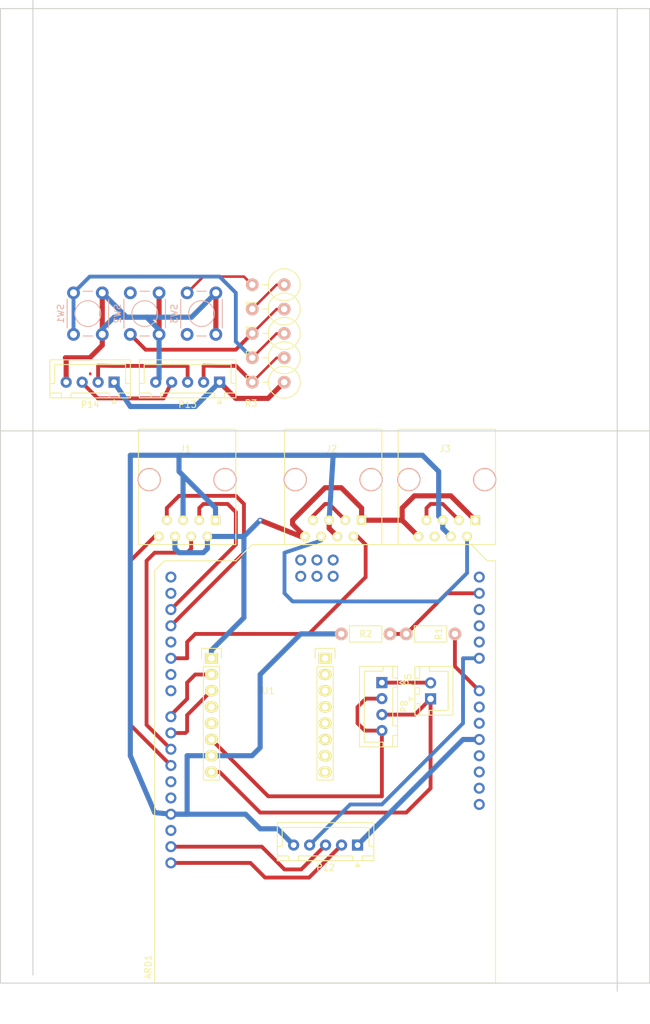
<source format=kicad_pcb>
(kicad_pcb (version 4) (host pcbnew 4.0.4+dfsg1-stable)

  (general
    (links 62)
    (no_connects 5)
    (area 18.974999 40.564999 120.725001 201.035001)
    (thickness 1.6)
    (drawings 7)
    (tracks 226)
    (zones 0)
    (modules 20)
    (nets 62)
  )

  (page A4)
  (layers
    (0 F.Cu signal)
    (31 B.Cu signal)
    (32 B.Adhes user)
    (33 F.Adhes user)
    (34 B.Paste user)
    (35 F.Paste user)
    (36 B.SilkS user)
    (37 F.SilkS user)
    (38 B.Mask user)
    (39 F.Mask user)
    (40 Dwgs.User user)
    (41 Cmts.User user)
    (42 Eco1.User user)
    (43 Eco2.User user)
    (44 Edge.Cuts user)
    (45 Margin user)
    (46 B.CrtYd user)
    (47 F.CrtYd user)
    (48 B.Fab user)
    (49 F.Fab user)
  )

  (setup
    (last_trace_width 0.6)
    (trace_clearance 0.3)
    (zone_clearance 0.508)
    (zone_45_only no)
    (trace_min 0.2)
    (segment_width 0.2)
    (edge_width 0.15)
    (via_size 0.6)
    (via_drill 0.4)
    (via_min_size 0.4)
    (via_min_drill 0.3)
    (uvia_size 0.3)
    (uvia_drill 0.1)
    (uvias_allowed no)
    (uvia_min_size 0.2)
    (uvia_min_drill 0.1)
    (pcb_text_width 0.3)
    (pcb_text_size 1.5 1.5)
    (mod_edge_width 0.15)
    (mod_text_size 1 1)
    (mod_text_width 0.15)
    (pad_size 1.524 1.524)
    (pad_drill 0.762)
    (pad_to_mask_clearance 0.2)
    (aux_axis_origin 0 0)
    (visible_elements FFFFFF7F)
    (pcbplotparams
      (layerselection 0x00030_80000001)
      (usegerberextensions false)
      (excludeedgelayer true)
      (linewidth 0.100000)
      (plotframeref false)
      (viasonmask false)
      (mode 1)
      (useauxorigin false)
      (hpglpennumber 1)
      (hpglpenspeed 20)
      (hpglpendiameter 15)
      (hpglpenoverlay 2)
      (psnegative false)
      (psa4output false)
      (plotreference true)
      (plotvalue true)
      (plotinvisibletext false)
      (padsonsilk false)
      (subtractmaskfromsilk false)
      (outputformat 1)
      (mirror false)
      (drillshape 1)
      (scaleselection 1)
      (outputdirectory ""))
  )

  (net 0 "")
  (net 1 "Net-(ARD1-PadRST2)")
  (net 2 "Net-(ARD1-PadGND4)")
  (net 3 "Net-(ARD1-PadMOSI)")
  (net 4 "Net-(ARD1-PadSCK)")
  (net 5 "Net-(ARD1-Pad5V2)")
  (net 6 A0)
  (net 7 "Net-(ARD1-PadVIN)")
  (net 8 "Net-(ARD1-PadGND3)")
  (net 9 "Net-(ARD1-PadGND2)")
  (net 10 +5V)
  (net 11 "Net-(ARD1-Pad3.3V)")
  (net 12 "Net-(ARD1-PadRST1)")
  (net 13 "Net-(ARD1-PadIORF)")
  (net 14 "Net-(ARD1-PadD0)")
  (net 15 "Net-(ARD1-PadD1)")
  (net 16 D2)
  (net 17 D3)
  (net 18 D4)
  (net 19 D5)
  (net 20 D6)
  (net 21 D7)
  (net 22 GND)
  (net 23 D8)
  (net 24 D9)
  (net 25 D10)
  (net 26 "Net-(ARD1-PadAREF)")
  (net 27 D13)
  (net 28 D12)
  (net 29 D11)
  (net 30 "Net-(ARD1-PadA1)")
  (net 31 "Net-(ARD1-PadA2)")
  (net 32 "Net-(ARD1-PadA3)")
  (net 33 "Net-(ARD1-PadA5)")
  (net 34 "Net-(ARD1-PadMISO)")
  (net 35 "Net-(P5-Pad1)")
  (net 36 "Net-(P5-Pad2)")
  (net 37 "Net-(P8-Pad2)")
  (net 38 SCL)
  (net 39 SDA)
  (net 40 A4)
  (net 41 "Net-(U1-Pad5)")
  (net 42 "Net-(U1-Pad4)")
  (net 43 "Net-(U1-Pad9)")
  (net 44 "Net-(U1-Pad10)")
  (net 45 "Net-(U1-Pad11)")
  (net 46 "Net-(U1-Pad12)")
  (net 47 "Net-(U1-Pad13)")
  (net 48 "Net-(U1-Pad14)")
  (net 49 "Net-(U1-Pad15)")
  (net 50 "Net-(U1-Pad16)")
  (net 51 "Net-(R4-Pad2)")
  (net 52 "Net-(R5-Pad2)")
  (net 53 "Net-(R6-Pad2)")
  (net 54 "Net-(R7-Pad2)")
  (net 55 "Net-(P13-Pad2)")
  (net 56 "Net-(P13-Pad3)")
  (net 57 "Net-(P13-Pad4)")
  (net 58 "Net-(J2-Pad3)")
  (net 59 "Net-(J3-Pad3)")
  (net 60 "Net-(J2-Pad6)")
  (net 61 "Net-(J3-Pad6)")

  (net_class Default "This is the default net class."
    (clearance 0.3)
    (trace_width 0.6)
    (via_dia 0.6)
    (via_drill 0.4)
    (uvia_dia 0.3)
    (uvia_drill 0.1)
    (add_net A0)
    (add_net A4)
    (add_net D10)
    (add_net D11)
    (add_net D12)
    (add_net D13)
    (add_net D2)
    (add_net D3)
    (add_net D4)
    (add_net D5)
    (add_net D6)
    (add_net D7)
    (add_net D8)
    (add_net D9)
    (add_net "Net-(ARD1-Pad3.3V)")
    (add_net "Net-(ARD1-Pad5V2)")
    (add_net "Net-(ARD1-PadA1)")
    (add_net "Net-(ARD1-PadA2)")
    (add_net "Net-(ARD1-PadA3)")
    (add_net "Net-(ARD1-PadA5)")
    (add_net "Net-(ARD1-PadAREF)")
    (add_net "Net-(ARD1-PadD0)")
    (add_net "Net-(ARD1-PadD1)")
    (add_net "Net-(ARD1-PadGND2)")
    (add_net "Net-(ARD1-PadGND3)")
    (add_net "Net-(ARD1-PadGND4)")
    (add_net "Net-(ARD1-PadIORF)")
    (add_net "Net-(ARD1-PadMISO)")
    (add_net "Net-(ARD1-PadMOSI)")
    (add_net "Net-(ARD1-PadRST1)")
    (add_net "Net-(ARD1-PadRST2)")
    (add_net "Net-(ARD1-PadSCK)")
    (add_net "Net-(ARD1-PadVIN)")
    (add_net "Net-(J2-Pad3)")
    (add_net "Net-(J2-Pad6)")
    (add_net "Net-(J3-Pad3)")
    (add_net "Net-(J3-Pad6)")
    (add_net "Net-(P13-Pad2)")
    (add_net "Net-(P13-Pad3)")
    (add_net "Net-(P13-Pad4)")
    (add_net "Net-(P5-Pad1)")
    (add_net "Net-(P5-Pad2)")
    (add_net "Net-(P8-Pad2)")
    (add_net "Net-(R4-Pad2)")
    (add_net "Net-(R5-Pad2)")
    (add_net "Net-(R6-Pad2)")
    (add_net "Net-(R7-Pad2)")
    (add_net "Net-(U1-Pad10)")
    (add_net "Net-(U1-Pad11)")
    (add_net "Net-(U1-Pad12)")
    (add_net "Net-(U1-Pad13)")
    (add_net "Net-(U1-Pad14)")
    (add_net "Net-(U1-Pad15)")
    (add_net "Net-(U1-Pad16)")
    (add_net "Net-(U1-Pad4)")
    (add_net "Net-(U1-Pad5)")
    (add_net "Net-(U1-Pad9)")
    (add_net SCL)
    (add_net SDA)
  )

  (net_class PWR ""
    (clearance 0.3)
    (trace_width 0.8)
    (via_dia 0.6)
    (via_drill 0.4)
    (uvia_dia 0.3)
    (uvia_drill 0.1)
    (add_net +5V)
    (add_net GND)
  )

  (net_class SMALL ""
    (clearance 0.3)
    (trace_width 0.3)
    (via_dia 0.6)
    (via_drill 0.4)
    (uvia_dia 0.3)
    (uvia_drill 0.1)
  )

  (module Connect:RJ45_8 (layer F.Cu) (tedit 0) (tstamp 5A2B4C7B)
    (at 88.9 115.57 180)
    (tags RJ45)
    (path /5A2B57CE)
    (fp_text reference J3 (at 0.254 4.826 180) (layer F.SilkS)
      (effects (font (size 1 1) (thickness 0.15)))
    )
    (fp_text value CAP_LEDS (at 0.14224 -0.1016 180) (layer F.Fab)
      (effects (font (size 1 1) (thickness 0.15)))
    )
    (fp_line (start -7.62 7.874) (end 7.62 7.874) (layer F.SilkS) (width 0.15))
    (fp_line (start 7.62 7.874) (end 7.62 -10.16) (layer F.SilkS) (width 0.15))
    (fp_line (start 7.62 -10.16) (end -7.62 -10.16) (layer F.SilkS) (width 0.15))
    (fp_line (start -7.62 -10.16) (end -7.62 7.874) (layer F.SilkS) (width 0.15))
    (pad Hole np_thru_hole circle (at 5.93852 0 180) (size 3.64998 3.64998) (drill 3.2512) (layers *.Cu *.SilkS *.Mask))
    (pad Hole np_thru_hole circle (at -5.9309 0 180) (size 3.64998 3.64998) (drill 3.2512) (layers *.Cu *.SilkS *.Mask))
    (pad 1 thru_hole rect (at -4.445 -6.35 180) (size 1.50114 1.50114) (drill 0.89916) (layers *.Cu *.Mask F.SilkS)
      (net 10 +5V))
    (pad 2 thru_hole circle (at -3.175 -8.89 180) (size 1.50114 1.50114) (drill 0.89916) (layers *.Cu *.Mask F.SilkS)
      (net 60 "Net-(J2-Pad6)"))
    (pad 3 thru_hole circle (at -1.905 -6.35 180) (size 1.50114 1.50114) (drill 0.89916) (layers *.Cu *.Mask F.SilkS)
      (net 59 "Net-(J3-Pad3)"))
    (pad 4 thru_hole circle (at -0.635 -8.89 180) (size 1.50114 1.50114) (drill 0.89916) (layers *.Cu *.Mask F.SilkS)
      (net 22 GND))
    (pad 5 thru_hole circle (at 0.635 -6.35 180) (size 1.50114 1.50114) (drill 0.89916) (layers *.Cu *.Mask F.SilkS)
      (net 22 GND))
    (pad 6 thru_hole circle (at 1.905 -8.89 180) (size 1.50114 1.50114) (drill 0.89916) (layers *.Cu *.Mask F.SilkS)
      (net 61 "Net-(J3-Pad6)"))
    (pad 7 thru_hole circle (at 3.175 -6.35 180) (size 1.50114 1.50114) (drill 0.89916) (layers *.Cu *.Mask F.SilkS)
      (net 59 "Net-(J3-Pad3)"))
    (pad 8 thru_hole circle (at 4.445 -8.89 180) (size 1.50114 1.50114) (drill 0.89916) (layers *.Cu *.Mask F.SilkS)
      (net 10 +5V))
    (model Connect.3dshapes/RJ45_8.wrl
      (at (xyz 0 0 0))
      (scale (xyz 0.4 0.4 0.4))
      (rotate (xyz 0 0 0))
    )
  )

  (module Arduino:Arduino_Uno_Shield (layer F.Cu) (tedit 5898A1DC) (tstamp 5A28A917)
    (at 96.52 194.31 90)
    (path /5A288319)
    (fp_text reference ARD1 (at 2.54 -54.356 90) (layer F.SilkS)
      (effects (font (size 1 1) (thickness 0.15)))
    )
    (fp_text value UNO_SHIELD (at 15.494 -54.356 90) (layer F.Fab)
      (effects (font (size 1 1) (thickness 0.15)))
    )
    (fp_line (start 9.525 -32.385) (end -6.35 -32.385) (layer B.CrtYd) (width 0.15))
    (fp_line (start 9.525 -43.815) (end -6.35 -43.815) (layer B.CrtYd) (width 0.15))
    (fp_line (start 9.525 -43.815) (end 9.525 -32.385) (layer B.CrtYd) (width 0.15))
    (fp_line (start -6.35 -43.815) (end -6.35 -32.385) (layer B.CrtYd) (width 0.15))
    (fp_text user . (at 62.484 -32.004 90) (layer F.SilkS)
      (effects (font (size 1 1) (thickness 0.15)))
    )
    (fp_line (start 11.43 -12.065) (end 11.43 -3.175) (layer B.CrtYd) (width 0.15))
    (fp_line (start -1.905 -3.175) (end 11.43 -3.175) (layer B.CrtYd) (width 0.15))
    (fp_line (start -1.905 -12.065) (end -1.905 -3.175) (layer B.CrtYd) (width 0.15))
    (fp_line (start -1.905 -12.065) (end 11.43 -12.065) (layer B.CrtYd) (width 0.15))
    (fp_line (start 0 -53.34) (end 0 0) (layer F.SilkS) (width 0.15))
    (fp_line (start 66.04 -40.64) (end 66.04 -51.816) (layer F.SilkS) (width 0.15))
    (fp_line (start 68.58 -38.1) (end 66.04 -40.64) (layer F.SilkS) (width 0.15))
    (fp_line (start 68.58 -3.81) (end 68.58 -38.1) (layer F.SilkS) (width 0.15))
    (fp_line (start 66.04 -1.27) (end 68.58 -3.81) (layer F.SilkS) (width 0.15))
    (fp_line (start 66.04 0) (end 66.04 -1.27) (layer F.SilkS) (width 0.15))
    (fp_line (start 64.516 -53.34) (end 66.04 -51.816) (layer F.SilkS) (width 0.15))
    (fp_line (start 0 0) (end 66.04 0) (layer F.SilkS) (width 0.15))
    (fp_line (start 0 -53.34) (end 64.516 -53.34) (layer F.SilkS) (width 0.15))
    (pad RST2 thru_hole oval (at 63.627 -25.4 90) (size 1.7272 1.7272) (drill 1.016) (layers *.Cu *.Mask)
      (net 1 "Net-(ARD1-PadRST2)"))
    (pad GND4 thru_hole oval (at 66.167 -25.4 90) (size 1.7272 1.7272) (drill 1.016) (layers *.Cu *.Mask)
      (net 2 "Net-(ARD1-PadGND4)"))
    (pad MOSI thru_hole oval (at 66.167 -27.94 90) (size 1.7272 1.7272) (drill 1.016) (layers *.Cu *.Mask)
      (net 3 "Net-(ARD1-PadMOSI)"))
    (pad SCK thru_hole oval (at 63.627 -27.94 90) (size 1.7272 1.7272) (drill 1.016) (layers *.Cu *.Mask)
      (net 4 "Net-(ARD1-PadSCK)"))
    (pad 5V2 thru_hole oval (at 66.167 -30.48 90) (size 1.7272 1.7272) (drill 1.016) (layers *.Cu *.Mask)
      (net 5 "Net-(ARD1-Pad5V2)"))
    (pad A0 thru_hole oval (at 50.8 -2.54 90) (size 1.7272 1.7272) (drill 1.016) (layers *.Cu *.Mask)
      (net 6 A0))
    (pad VIN thru_hole oval (at 45.72 -2.54 90) (size 1.7272 1.7272) (drill 1.016) (layers *.Cu *.Mask)
      (net 7 "Net-(ARD1-PadVIN)"))
    (pad GND3 thru_hole oval (at 43.18 -2.54 90) (size 1.7272 1.7272) (drill 1.016) (layers *.Cu *.Mask)
      (net 8 "Net-(ARD1-PadGND3)"))
    (pad GND2 thru_hole oval (at 40.64 -2.54 90) (size 1.7272 1.7272) (drill 1.016) (layers *.Cu *.Mask)
      (net 9 "Net-(ARD1-PadGND2)"))
    (pad 5V1 thru_hole oval (at 38.1 -2.54 90) (size 1.7272 1.7272) (drill 1.016) (layers *.Cu *.Mask)
      (net 10 +5V))
    (pad 3.3V thru_hole oval (at 35.56 -2.54 90) (size 1.7272 1.7272) (drill 1.016) (layers *.Cu *.Mask)
      (net 11 "Net-(ARD1-Pad3.3V)"))
    (pad RST1 thru_hole oval (at 33.02 -2.54 90) (size 1.7272 1.7272) (drill 1.016) (layers *.Cu *.Mask)
      (net 12 "Net-(ARD1-PadRST1)"))
    (pad IORF thru_hole oval (at 30.48 -2.54 90) (size 1.7272 1.7272) (drill 1.016) (layers *.Cu *.Mask)
      (net 13 "Net-(ARD1-PadIORF)"))
    (pad D0 thru_hole oval (at 63.5 -50.8 90) (size 1.7272 1.7272) (drill 1.016) (layers *.Cu *.Mask)
      (net 14 "Net-(ARD1-PadD0)"))
    (pad D1 thru_hole oval (at 60.96 -50.8 90) (size 1.7272 1.7272) (drill 1.016) (layers *.Cu *.Mask)
      (net 15 "Net-(ARD1-PadD1)"))
    (pad D2 thru_hole oval (at 58.42 -50.8 90) (size 1.7272 1.7272) (drill 1.016) (layers *.Cu *.Mask)
      (net 16 D2))
    (pad D3 thru_hole oval (at 55.88 -50.8 90) (size 1.7272 1.7272) (drill 1.016) (layers *.Cu *.Mask)
      (net 17 D3))
    (pad D4 thru_hole oval (at 53.34 -50.8 90) (size 1.7272 1.7272) (drill 1.016) (layers *.Cu *.Mask)
      (net 18 D4))
    (pad D5 thru_hole oval (at 50.8 -50.8 90) (size 1.7272 1.7272) (drill 1.016) (layers *.Cu *.Mask)
      (net 19 D5))
    (pad D6 thru_hole oval (at 48.26 -50.8 90) (size 1.7272 1.7272) (drill 1.016) (layers *.Cu *.Mask)
      (net 20 D6))
    (pad D7 thru_hole oval (at 45.72 -50.8 90) (size 1.7272 1.7272) (drill 1.016) (layers *.Cu *.Mask)
      (net 21 D7))
    (pad GND1 thru_hole oval (at 26.416 -50.8 90) (size 1.7272 1.7272) (drill 1.016) (layers *.Cu *.Mask)
      (net 22 GND))
    (pad D8 thru_hole oval (at 41.656 -50.8 90) (size 1.7272 1.7272) (drill 1.016) (layers *.Cu *.Mask)
      (net 23 D8))
    (pad D9 thru_hole oval (at 39.116 -50.8 90) (size 1.7272 1.7272) (drill 1.016) (layers *.Cu *.Mask)
      (net 24 D9))
    (pad D10 thru_hole oval (at 36.576 -50.8 90) (size 1.7272 1.7272) (drill 1.016) (layers *.Cu *.Mask)
      (net 25 D10))
    (pad "" np_thru_hole circle (at 66.04 -7.62 90) (size 3.2 3.2) (drill 3.2) (layers *.Cu *.Mask))
    (pad "" np_thru_hole circle (at 66.04 -35.56 90) (size 3.2 3.2) (drill 3.2) (layers *.Cu *.Mask))
    (pad "" np_thru_hole circle (at 15.24 -50.8 90) (size 3.2 3.2) (drill 3.2) (layers *.Cu *.Mask))
    (pad "" np_thru_hole circle (at 13.97 -2.54 90) (size 3.2 3.2) (drill 3.2) (layers *.Cu *.Mask))
    (pad SCL thru_hole oval (at 18.796 -50.8 90) (size 1.7272 1.7272) (drill 1.016) (layers *.Cu *.Mask)
      (net 38 SCL))
    (pad SDA thru_hole oval (at 21.336 -50.8 90) (size 1.7272 1.7272) (drill 1.016) (layers *.Cu *.Mask)
      (net 39 SDA))
    (pad AREF thru_hole oval (at 23.876 -50.8 90) (size 1.7272 1.7272) (drill 1.016) (layers *.Cu *.Mask)
      (net 26 "Net-(ARD1-PadAREF)"))
    (pad D13 thru_hole oval (at 28.956 -50.8 90) (size 1.7272 1.7272) (drill 1.016) (layers *.Cu *.Mask)
      (net 27 D13))
    (pad D12 thru_hole oval (at 31.496 -50.8 90) (size 1.7272 1.7272) (drill 1.016) (layers *.Cu *.Mask)
      (net 28 D12))
    (pad D11 thru_hole oval (at 34.036 -50.8 90) (size 1.7272 1.7272) (drill 1.016) (layers *.Cu *.Mask)
      (net 29 D11))
    (pad "" thru_hole oval (at 27.94 -2.54 90) (size 1.7272 1.7272) (drill 1.016) (layers *.Cu *.Mask))
    (pad A1 thru_hole oval (at 53.34 -2.54 90) (size 1.7272 1.7272) (drill 1.016) (layers *.Cu *.Mask)
      (net 30 "Net-(ARD1-PadA1)"))
    (pad A2 thru_hole oval (at 55.88 -2.54 90) (size 1.7272 1.7272) (drill 1.016) (layers *.Cu *.Mask)
      (net 31 "Net-(ARD1-PadA2)"))
    (pad A3 thru_hole oval (at 58.42 -2.54 90) (size 1.7272 1.7272) (drill 1.016) (layers *.Cu *.Mask)
      (net 32 "Net-(ARD1-PadA3)"))
    (pad A4 thru_hole oval (at 60.96 -2.54 90) (size 1.7272 1.7272) (drill 1.016) (layers *.Cu *.Mask)
      (net 40 A4))
    (pad A5 thru_hole oval (at 63.5 -2.54 90) (size 1.7272 1.7272) (drill 1.016) (layers *.Cu *.Mask)
      (net 33 "Net-(ARD1-PadA5)"))
    (pad MISO thru_hole oval (at 63.627 -30.48 90) (size 1.7272 1.7272) (drill 1.016) (layers *.Cu *.Mask)
      (net 34 "Net-(ARD1-PadMISO)"))
  )

  (module Connect:RJ45_8 (layer F.Cu) (tedit 5A29A004) (tstamp 5A28A925)
    (at 48.26 115.57 180)
    (tags RJ45)
    (path /5A288E8E)
    (fp_text reference J1 (at 0.254 4.826 180) (layer F.SilkS)
      (effects (font (size 1 1) (thickness 0.15)))
    )
    (fp_text value BTNS (at 0 -1.27 180) (layer F.Fab)
      (effects (font (size 1 1) (thickness 0.15)))
    )
    (fp_line (start -7.62 7.874) (end 7.62 7.874) (layer F.SilkS) (width 0.15))
    (fp_line (start 7.62 7.874) (end 7.62 -10.16) (layer F.SilkS) (width 0.15))
    (fp_line (start 7.62 -10.16) (end -7.62 -10.16) (layer F.SilkS) (width 0.15))
    (fp_line (start -7.62 -10.16) (end -7.62 7.874) (layer F.SilkS) (width 0.15))
    (pad Hole np_thru_hole circle (at 5.93852 0 180) (size 3.64998 3.64998) (drill 3.2512) (layers *.Cu *.SilkS *.Mask))
    (pad Hole np_thru_hole circle (at -5.9309 0 180) (size 3.64998 3.64998) (drill 3.2512) (layers *.Cu *.SilkS *.Mask))
    (pad 1 thru_hole rect (at -4.445 -6.35 180) (size 1.50114 1.50114) (drill 0.89916) (layers *.Cu *.Mask F.SilkS)
      (net 22 GND))
    (pad 2 thru_hole circle (at -3.175 -8.89 180) (size 1.50114 1.50114) (drill 0.89916) (layers *.Cu *.Mask F.SilkS)
      (net 10 +5V))
    (pad 3 thru_hole circle (at -1.905 -6.35 180) (size 1.50114 1.50114) (drill 0.89916) (layers *.Cu *.Mask F.SilkS)
      (net 16 D2))
    (pad 4 thru_hole circle (at -0.635 -8.89 180) (size 1.50114 1.50114) (drill 0.89916) (layers *.Cu *.Mask F.SilkS)
      (net 25 D10))
    (pad 5 thru_hole circle (at 0.635 -6.35 180) (size 1.50114 1.50114) (drill 0.89916) (layers *.Cu *.Mask F.SilkS)
      (net 22 GND))
    (pad 6 thru_hole circle (at 1.905 -8.89 180) (size 1.50114 1.50114) (drill 0.89916) (layers *.Cu *.Mask F.SilkS)
      (net 10 +5V))
    (pad 7 thru_hole circle (at 3.175 -6.35 180) (size 1.50114 1.50114) (drill 0.89916) (layers *.Cu *.Mask F.SilkS)
      (net 17 D3))
    (pad 8 thru_hole circle (at 4.445 -8.89 180) (size 1.50114 1.50114) (drill 0.89916) (layers *.Cu *.Mask F.SilkS)
      (net 29 D11))
    (model Connect.3dshapes/RJ45_8.wrl
      (at (xyz 0 0 0))
      (scale (xyz 0.4 0.4 0.4))
      (rotate (xyz 0 0 0))
    )
  )

  (module Connectors_JST:JST_XH_B02B-XH-A_02x2.50mm_Straight (layer F.Cu) (tedit 56F0715A) (tstamp 5A28A953)
    (at 86.36 149.86 90)
    (descr "JST XH series connector, B02B-XH-A, top entry type, through hole")
    (tags "connector jst xh tht top vertical 2.50mm")
    (path /5A288E13)
    (fp_text reference P5 (at 3 -3.5 90) (layer F.SilkS)
      (effects (font (size 1 1) (thickness 0.15)))
    )
    (fp_text value SPK (at 1.25 4.5 90) (layer F.Fab)
      (effects (font (size 1 1) (thickness 0.15)))
    )
    (fp_line (start -2.95 -2.85) (end -2.95 3.9) (layer F.CrtYd) (width 0.05))
    (fp_line (start -2.95 3.9) (end 5.45 3.9) (layer F.CrtYd) (width 0.05))
    (fp_line (start 5.45 3.9) (end 5.45 -2.85) (layer F.CrtYd) (width 0.05))
    (fp_line (start 5.45 -2.85) (end -2.95 -2.85) (layer F.CrtYd) (width 0.05))
    (fp_line (start -2.55 -2.45) (end -2.55 3.5) (layer F.SilkS) (width 0.15))
    (fp_line (start -2.55 3.5) (end 5.05 3.5) (layer F.SilkS) (width 0.15))
    (fp_line (start 5.05 3.5) (end 5.05 -2.45) (layer F.SilkS) (width 0.15))
    (fp_line (start 5.05 -2.45) (end -2.55 -2.45) (layer F.SilkS) (width 0.15))
    (fp_line (start 0.75 -2.45) (end 0.75 -1.7) (layer F.SilkS) (width 0.15))
    (fp_line (start 0.75 -1.7) (end 1.75 -1.7) (layer F.SilkS) (width 0.15))
    (fp_line (start 1.75 -1.7) (end 1.75 -2.45) (layer F.SilkS) (width 0.15))
    (fp_line (start 1.75 -2.45) (end 0.75 -2.45) (layer F.SilkS) (width 0.15))
    (fp_line (start -2.55 -2.45) (end -2.55 -1.7) (layer F.SilkS) (width 0.15))
    (fp_line (start -2.55 -1.7) (end -0.75 -1.7) (layer F.SilkS) (width 0.15))
    (fp_line (start -0.75 -1.7) (end -0.75 -2.45) (layer F.SilkS) (width 0.15))
    (fp_line (start -0.75 -2.45) (end -2.55 -2.45) (layer F.SilkS) (width 0.15))
    (fp_line (start 3.25 -2.45) (end 3.25 -1.7) (layer F.SilkS) (width 0.15))
    (fp_line (start 3.25 -1.7) (end 5.05 -1.7) (layer F.SilkS) (width 0.15))
    (fp_line (start 5.05 -1.7) (end 5.05 -2.45) (layer F.SilkS) (width 0.15))
    (fp_line (start 5.05 -2.45) (end 3.25 -2.45) (layer F.SilkS) (width 0.15))
    (fp_line (start -2.55 -0.2) (end -1.8 -0.2) (layer F.SilkS) (width 0.15))
    (fp_line (start -1.8 -0.2) (end -1.8 2.75) (layer F.SilkS) (width 0.15))
    (fp_line (start -1.8 2.75) (end 1.25 2.75) (layer F.SilkS) (width 0.15))
    (fp_line (start 5.05 -0.2) (end 4.3 -0.2) (layer F.SilkS) (width 0.15))
    (fp_line (start 4.3 -0.2) (end 4.3 2.75) (layer F.SilkS) (width 0.15))
    (fp_line (start 4.3 2.75) (end 1.25 2.75) (layer F.SilkS) (width 0.15))
    (fp_line (start 0 -2.75) (end -0.3 -3.35) (layer F.SilkS) (width 0.15))
    (fp_line (start -0.3 -3.35) (end 0.3 -3.35) (layer F.SilkS) (width 0.15))
    (fp_line (start 0.3 -3.35) (end 0 -2.75) (layer F.SilkS) (width 0.15))
    (pad 1 thru_hole rect (at 0 0 90) (size 1.75 1.75) (drill 1) (layers *.Cu *.Mask)
      (net 35 "Net-(P5-Pad1)"))
    (pad 2 thru_hole circle (at 2.5 0 90) (size 1.75 1.75) (drill 1) (layers *.Cu *.Mask)
      (net 36 "Net-(P5-Pad2)"))
    (model Connectors_JST.3dshapes/JST_XH_B02B-XH-A_02x2.50mm_Straight.wrl
      (at (xyz 0 0 0))
      (scale (xyz 1 1 1))
      (rotate (xyz 0 0 0))
    )
  )

  (module Connectors_JST:JST_XH_B04B-XH-A_04x2.50mm_Straight (layer F.Cu) (tedit 56F0715A) (tstamp 5A28A95B)
    (at 78.74 147.32 270)
    (descr "JST XH series connector, B04B-XH-A, top entry type, through hole")
    (tags "connector jst xh tht top vertical 2.50mm")
    (path /5A28E955)
    (fp_text reference P8 (at 3.75 -3.5 270) (layer F.SilkS)
      (effects (font (size 1 1) (thickness 0.15)))
    )
    (fp_text value AUDIO_JACK (at 3.75 4.5 270) (layer F.Fab)
      (effects (font (size 1 1) (thickness 0.15)))
    )
    (fp_line (start -2.95 -2.85) (end -2.95 3.9) (layer F.CrtYd) (width 0.05))
    (fp_line (start -2.95 3.9) (end 10.4 3.9) (layer F.CrtYd) (width 0.05))
    (fp_line (start 10.4 3.9) (end 10.4 -2.85) (layer F.CrtYd) (width 0.05))
    (fp_line (start 10.4 -2.85) (end -2.95 -2.85) (layer F.CrtYd) (width 0.05))
    (fp_line (start -2.55 -2.45) (end -2.55 3.5) (layer F.SilkS) (width 0.15))
    (fp_line (start -2.55 3.5) (end 10.05 3.5) (layer F.SilkS) (width 0.15))
    (fp_line (start 10.05 3.5) (end 10.05 -2.45) (layer F.SilkS) (width 0.15))
    (fp_line (start 10.05 -2.45) (end -2.55 -2.45) (layer F.SilkS) (width 0.15))
    (fp_line (start 0.75 -2.45) (end 0.75 -1.7) (layer F.SilkS) (width 0.15))
    (fp_line (start 0.75 -1.7) (end 6.75 -1.7) (layer F.SilkS) (width 0.15))
    (fp_line (start 6.75 -1.7) (end 6.75 -2.45) (layer F.SilkS) (width 0.15))
    (fp_line (start 6.75 -2.45) (end 0.75 -2.45) (layer F.SilkS) (width 0.15))
    (fp_line (start -2.55 -2.45) (end -2.55 -1.7) (layer F.SilkS) (width 0.15))
    (fp_line (start -2.55 -1.7) (end -0.75 -1.7) (layer F.SilkS) (width 0.15))
    (fp_line (start -0.75 -1.7) (end -0.75 -2.45) (layer F.SilkS) (width 0.15))
    (fp_line (start -0.75 -2.45) (end -2.55 -2.45) (layer F.SilkS) (width 0.15))
    (fp_line (start 8.25 -2.45) (end 8.25 -1.7) (layer F.SilkS) (width 0.15))
    (fp_line (start 8.25 -1.7) (end 10.05 -1.7) (layer F.SilkS) (width 0.15))
    (fp_line (start 10.05 -1.7) (end 10.05 -2.45) (layer F.SilkS) (width 0.15))
    (fp_line (start 10.05 -2.45) (end 8.25 -2.45) (layer F.SilkS) (width 0.15))
    (fp_line (start -2.55 -0.2) (end -1.8 -0.2) (layer F.SilkS) (width 0.15))
    (fp_line (start -1.8 -0.2) (end -1.8 2.75) (layer F.SilkS) (width 0.15))
    (fp_line (start -1.8 2.75) (end 3.75 2.75) (layer F.SilkS) (width 0.15))
    (fp_line (start 10.05 -0.2) (end 9.3 -0.2) (layer F.SilkS) (width 0.15))
    (fp_line (start 9.3 -0.2) (end 9.3 2.75) (layer F.SilkS) (width 0.15))
    (fp_line (start 9.3 2.75) (end 3.75 2.75) (layer F.SilkS) (width 0.15))
    (fp_line (start 0 -2.75) (end -0.3 -3.35) (layer F.SilkS) (width 0.15))
    (fp_line (start -0.3 -3.35) (end 0.3 -3.35) (layer F.SilkS) (width 0.15))
    (fp_line (start 0.3 -3.35) (end 0 -2.75) (layer F.SilkS) (width 0.15))
    (pad 1 thru_hole rect (at 0 0 270) (size 1.75 1.75) (drill 0.9) (layers *.Cu *.Mask)
      (net 36 "Net-(P5-Pad2)"))
    (pad 2 thru_hole circle (at 2.5 0 270) (size 1.75 1.75) (drill 0.9) (layers *.Cu *.Mask)
      (net 37 "Net-(P8-Pad2)"))
    (pad 3 thru_hole circle (at 5 0 270) (size 1.75 1.75) (drill 0.9) (layers *.Cu *.Mask)
      (net 35 "Net-(P5-Pad1)"))
    (pad 4 thru_hole circle (at 7.5 0 270) (size 1.75 1.75) (drill 0.9) (layers *.Cu *.Mask)
      (net 37 "Net-(P8-Pad2)"))
    (model Connectors_JST.3dshapes/JST_XH_B04B-XH-A_04x2.50mm_Straight.wrl
      (at (xyz 0 0 0))
      (scale (xyz 1 1 1))
      (rotate (xyz 0 0 0))
    )
  )

  (module Resistors_ThroughHole:Resistor_Horizontal_RM7mm (layer F.Cu) (tedit 5A2C5144) (tstamp 5A28A970)
    (at 90.17 139.7 180)
    (descr "Resistor, Axial,  RM 7.62mm, 1/3W,")
    (tags "Resistor Axial RM 7.62mm 1/3W R3")
    (path /5A28FE68)
    (fp_text reference R1 (at 2.54 0 270) (layer F.SilkS)
      (effects (font (size 1 1) (thickness 0.15)))
    )
    (fp_text value 5k (at 3.81 3.81 180) (layer F.Fab)
      (effects (font (size 1 1) (thickness 0.15)))
    )
    (fp_line (start -1.25 -1.5) (end 8.85 -1.5) (layer F.CrtYd) (width 0.05))
    (fp_line (start -1.25 1.5) (end -1.25 -1.5) (layer F.CrtYd) (width 0.05))
    (fp_line (start 8.85 -1.5) (end 8.85 1.5) (layer F.CrtYd) (width 0.05))
    (fp_line (start -1.25 1.5) (end 8.85 1.5) (layer F.CrtYd) (width 0.05))
    (fp_line (start 1.27 -1.27) (end 6.35 -1.27) (layer F.SilkS) (width 0.15))
    (fp_line (start 6.35 -1.27) (end 6.35 1.27) (layer F.SilkS) (width 0.15))
    (fp_line (start 6.35 1.27) (end 1.27 1.27) (layer F.SilkS) (width 0.15))
    (fp_line (start 1.27 1.27) (end 1.27 -1.27) (layer F.SilkS) (width 0.15))
    (pad 1 thru_hole circle (at 0 0 180) (size 1.99898 1.99898) (drill 1.00076) (layers *.Cu *.SilkS *.Mask)
      (net 7 "Net-(ARD1-PadVIN)"))
    (pad 2 thru_hole circle (at 7.62 0 180) (size 1.99898 1.99898) (drill 1.00076) (layers *.Cu *.SilkS *.Mask)
      (net 40 A4))
  )

  (module Resistors_ThroughHole:Resistor_Horizontal_RM7mm (layer F.Cu) (tedit 5A2B596C) (tstamp 5A28A976)
    (at 80.01 139.7 180)
    (descr "Resistor, Axial,  RM 7.62mm, 1/3W,")
    (tags "Resistor Axial RM 7.62mm 1/3W R3")
    (path /5A28FED5)
    (fp_text reference R2 (at 3.81 0 180) (layer F.SilkS)
      (effects (font (size 1 1) (thickness 0.15)))
    )
    (fp_text value 5k (at 3.81 3.81 180) (layer F.Fab)
      (effects (font (size 1 1) (thickness 0.15)))
    )
    (fp_line (start -1.25 -1.5) (end 8.85 -1.5) (layer F.CrtYd) (width 0.05))
    (fp_line (start -1.25 1.5) (end -1.25 -1.5) (layer F.CrtYd) (width 0.05))
    (fp_line (start 8.85 -1.5) (end 8.85 1.5) (layer F.CrtYd) (width 0.05))
    (fp_line (start -1.25 1.5) (end 8.85 1.5) (layer F.CrtYd) (width 0.05))
    (fp_line (start 1.27 -1.27) (end 6.35 -1.27) (layer F.SilkS) (width 0.15))
    (fp_line (start 6.35 -1.27) (end 6.35 1.27) (layer F.SilkS) (width 0.15))
    (fp_line (start 6.35 1.27) (end 1.27 1.27) (layer F.SilkS) (width 0.15))
    (fp_line (start 1.27 1.27) (end 1.27 -1.27) (layer F.SilkS) (width 0.15))
    (pad 1 thru_hole circle (at 0 0 180) (size 1.99898 1.99898) (drill 1.00076) (layers *.Cu *.SilkS *.Mask)
      (net 40 A4))
    (pad 2 thru_hole circle (at 7.62 0 180) (size 1.99898 1.99898) (drill 1.00076) (layers *.Cu *.SilkS *.Mask)
      (net 22 GND))
  )

  (module Arduino:dfplayer_mini (layer F.Cu) (tedit 5A2B5969) (tstamp 5A28A9A0)
    (at 50.8 143.51)
    (descr "Through hole pin header")
    (tags "pin header")
    (path /5A288A03)
    (fp_text reference U1 (at 10.16 5.08) (layer F.SilkS)
      (effects (font (size 1 1) (thickness 0.15)))
    )
    (fp_text value DFPLAYER_MINI (at 10.16 8.89) (layer F.Fab)
      (effects (font (size 1 1) (thickness 0.15)))
    )
    (fp_line (start -0.28 -1.55) (end 2.82 -1.55) (layer F.SilkS) (width 0.15))
    (fp_line (start -0.28 0) (end -0.28 -1.55) (layer F.SilkS) (width 0.15))
    (fp_line (start 2.54 1.27) (end 0 1.27) (layer F.SilkS) (width 0.15))
    (fp_line (start 2.82 -1.55) (end 2.82 0) (layer F.SilkS) (width 0.15))
    (fp_line (start 0 19.05) (end 0 1.27) (layer F.SilkS) (width 0.15))
    (fp_line (start 2.54 19.05) (end 0 19.05) (layer F.SilkS) (width 0.15))
    (fp_line (start 2.54 1.27) (end 2.54 19.05) (layer F.SilkS) (width 0.15))
    (fp_line (start -0.48 19.55) (end 3.02 19.55) (layer F.CrtYd) (width 0.05))
    (fp_line (start -0.48 -1.75) (end 3.02 -1.75) (layer F.CrtYd) (width 0.05))
    (fp_line (start 3.02 -1.75) (end 3.02 19.55) (layer F.CrtYd) (width 0.05))
    (fp_line (start -0.48 -1.75) (end -0.48 19.55) (layer F.CrtYd) (width 0.05))
    (fp_line (start 17.3 -1.75) (end 17.3 19.55) (layer F.CrtYd) (width 0.05))
    (fp_line (start 20.8 -1.75) (end 20.8 19.55) (layer F.CrtYd) (width 0.05))
    (fp_line (start 17.3 -1.75) (end 20.8 -1.75) (layer F.CrtYd) (width 0.05))
    (fp_line (start 17.3 19.55) (end 20.8 19.55) (layer F.CrtYd) (width 0.05))
    (fp_line (start 20.32 1.27) (end 20.32 19.05) (layer F.SilkS) (width 0.15))
    (fp_line (start 20.32 19.05) (end 17.78 19.05) (layer F.SilkS) (width 0.15))
    (fp_line (start 17.78 19.05) (end 17.78 1.27) (layer F.SilkS) (width 0.15))
    (fp_line (start 20.6 -1.55) (end 20.6 0) (layer F.SilkS) (width 0.15))
    (fp_line (start 20.32 1.27) (end 17.78 1.27) (layer F.SilkS) (width 0.15))
    (fp_line (start 17.5 0) (end 17.5 -1.55) (layer F.SilkS) (width 0.15))
    (fp_line (start 17.5 -1.55) (end 20.6 -1.55) (layer F.SilkS) (width 0.15))
    (pad 8 thru_hole oval (at 1.27 17.78) (size 2.032 1.7272) (drill 1.016) (layers *.Cu *.Mask F.SilkS)
      (net 35 "Net-(P5-Pad1)"))
    (pad 7 thru_hole oval (at 1.27 15.24) (size 2.032 1.7272) (drill 1.016) (layers *.Cu *.Mask F.SilkS)
      (net 22 GND))
    (pad 6 thru_hole oval (at 1.27 12.7) (size 2.032 1.7272) (drill 1.016) (layers *.Cu *.Mask F.SilkS)
      (net 37 "Net-(P8-Pad2)"))
    (pad 5 thru_hole oval (at 1.27 10.16) (size 2.032 1.7272) (drill 1.016) (layers *.Cu *.Mask F.SilkS)
      (net 41 "Net-(U1-Pad5)"))
    (pad 4 thru_hole oval (at 1.27 7.62) (size 2.032 1.7272) (drill 1.016) (layers *.Cu *.Mask F.SilkS)
      (net 42 "Net-(U1-Pad4)"))
    (pad 3 thru_hole oval (at 1.27 5.08) (size 2.032 1.7272) (drill 1.016) (layers *.Cu *.Mask F.SilkS)
      (net 24 D9))
    (pad 2 thru_hole oval (at 1.27 2.54) (size 2.032 1.7272) (drill 1.016) (layers *.Cu *.Mask F.SilkS)
      (net 23 D8))
    (pad 1 thru_hole rect (at 1.27 0) (size 2.032 1.7272) (drill 1.016) (layers *.Cu *.Mask F.SilkS)
      (net 10 +5V))
    (pad 9 thru_hole rect (at 19.05 0) (size 2.032 1.7272) (drill 1.016) (layers *.Cu *.Mask F.SilkS)
      (net 43 "Net-(U1-Pad9)"))
    (pad 10 thru_hole oval (at 19.05 2.54) (size 2.032 1.7272) (drill 1.016) (layers *.Cu *.Mask F.SilkS)
      (net 44 "Net-(U1-Pad10)"))
    (pad 11 thru_hole oval (at 19.05 5.08) (size 2.032 1.7272) (drill 1.016) (layers *.Cu *.Mask F.SilkS)
      (net 45 "Net-(U1-Pad11)"))
    (pad 12 thru_hole oval (at 19.05 7.62) (size 2.032 1.7272) (drill 1.016) (layers *.Cu *.Mask F.SilkS)
      (net 46 "Net-(U1-Pad12)"))
    (pad 13 thru_hole oval (at 19.05 10.16) (size 2.032 1.7272) (drill 1.016) (layers *.Cu *.Mask F.SilkS)
      (net 47 "Net-(U1-Pad13)"))
    (pad 14 thru_hole oval (at 19.05 12.7) (size 2.032 1.7272) (drill 1.016) (layers *.Cu *.Mask F.SilkS)
      (net 48 "Net-(U1-Pad14)"))
    (pad 15 thru_hole oval (at 19.05 15.24) (size 2.032 1.7272) (drill 1.016) (layers *.Cu *.Mask F.SilkS)
      (net 49 "Net-(U1-Pad15)"))
    (pad 16 thru_hole oval (at 19.05 17.78) (size 2.032 1.7272) (drill 1.016) (layers *.Cu *.Mask F.SilkS)
      (net 50 "Net-(U1-Pad16)"))
    (model Pin_Headers.3dshapes/Pin_Header_Straight_1x08.wrl
      (at (xyz 0 -0.35 0))
      (scale (xyz 1 1 1))
      (rotate (xyz 0 0 90))
    )
  )

  (module Buttons_Switches_ThroughHole:SW_PUSH_6mm (layer B.Cu) (tedit 57BABF74) (tstamp 5A29A650)
    (at 30.48 86.36 270)
    (descr https://www.omron.com/ecb/products/pdf/en-b3f.pdf)
    (tags "tact sw push 6mm")
    (path /5A29A2CF)
    (fp_text reference SW1 (at 3.25 2 270) (layer B.SilkS)
      (effects (font (size 1 1) (thickness 0.15)) (justify mirror))
    )
    (fp_text value BTN_UP (at 3.75 -6.7 270) (layer B.Fab)
      (effects (font (size 1 1) (thickness 0.15)) (justify mirror))
    )
    (fp_line (start 3.25 0.75) (end 6.25 0.75) (layer B.Fab) (width 0.15))
    (fp_line (start 6.25 0.75) (end 6.25 -5.25) (layer B.Fab) (width 0.15))
    (fp_line (start 6.25 -5.25) (end 0.25 -5.25) (layer B.Fab) (width 0.15))
    (fp_line (start 0.25 -5.25) (end 0.25 0.75) (layer B.Fab) (width 0.15))
    (fp_line (start 0.25 0.75) (end 3.25 0.75) (layer B.Fab) (width 0.15))
    (fp_line (start 7.75 -6) (end 8 -6) (layer B.CrtYd) (width 0.05))
    (fp_line (start 8 -6) (end 8 -5.75) (layer B.CrtYd) (width 0.05))
    (fp_line (start 7.75 1.5) (end 8 1.5) (layer B.CrtYd) (width 0.05))
    (fp_line (start 8 1.5) (end 8 1.25) (layer B.CrtYd) (width 0.05))
    (fp_line (start -1.5 1.25) (end -1.5 1.5) (layer B.CrtYd) (width 0.05))
    (fp_line (start -1.5 1.5) (end -1.25 1.5) (layer B.CrtYd) (width 0.05))
    (fp_line (start -1.5 -5.75) (end -1.5 -6) (layer B.CrtYd) (width 0.05))
    (fp_line (start -1.5 -6) (end -1.25 -6) (layer B.CrtYd) (width 0.05))
    (fp_circle (center 3.25 -2.25) (end 1.25 -2.5) (layer B.SilkS) (width 0.15))
    (fp_line (start -1.25 1.5) (end 7.75 1.5) (layer B.CrtYd) (width 0.05))
    (fp_line (start -1.5 -5.75) (end -1.5 1.25) (layer B.CrtYd) (width 0.05))
    (fp_line (start 7.75 -6) (end -1.25 -6) (layer B.CrtYd) (width 0.05))
    (fp_line (start 8 1.25) (end 8 -5.75) (layer B.CrtYd) (width 0.05))
    (fp_line (start 1 -5.5) (end 5.5 -5.5) (layer B.SilkS) (width 0.15))
    (fp_line (start -0.25 -1.5) (end -0.25 -3) (layer B.SilkS) (width 0.15))
    (fp_line (start 5.5 1) (end 1 1) (layer B.SilkS) (width 0.15))
    (fp_line (start 6.75 -3) (end 6.75 -1.5) (layer B.SilkS) (width 0.15))
    (pad 2 thru_hole circle (at 0 -4.5 180) (size 2 2) (drill 1.1) (layers *.Cu *.Mask)
      (net 22 GND))
    (pad 1 thru_hole circle (at 0 0 180) (size 2 2) (drill 1.1) (layers *.Cu *.Mask)
      (net 51 "Net-(R4-Pad2)"))
    (pad 2 thru_hole circle (at 6.5 -4.5 180) (size 2 2) (drill 1.1) (layers *.Cu *.Mask)
      (net 22 GND))
    (pad 1 thru_hole circle (at 6.5 0 180) (size 2 2) (drill 1.1) (layers *.Cu *.Mask)
      (net 51 "Net-(R4-Pad2)"))
  )

  (module Buttons_Switches_ThroughHole:SW_PUSH_6mm (layer B.Cu) (tedit 57BABF74) (tstamp 5A29A658)
    (at 39.37 86.36 270)
    (descr https://www.omron.com/ecb/products/pdf/en-b3f.pdf)
    (tags "tact sw push 6mm")
    (path /5A29A3B2)
    (fp_text reference SW2 (at 3.25 2 270) (layer B.SilkS)
      (effects (font (size 1 1) (thickness 0.15)) (justify mirror))
    )
    (fp_text value BTN_DWN (at 3.75 -6.7 270) (layer B.Fab)
      (effects (font (size 1 1) (thickness 0.15)) (justify mirror))
    )
    (fp_line (start 3.25 0.75) (end 6.25 0.75) (layer B.Fab) (width 0.15))
    (fp_line (start 6.25 0.75) (end 6.25 -5.25) (layer B.Fab) (width 0.15))
    (fp_line (start 6.25 -5.25) (end 0.25 -5.25) (layer B.Fab) (width 0.15))
    (fp_line (start 0.25 -5.25) (end 0.25 0.75) (layer B.Fab) (width 0.15))
    (fp_line (start 0.25 0.75) (end 3.25 0.75) (layer B.Fab) (width 0.15))
    (fp_line (start 7.75 -6) (end 8 -6) (layer B.CrtYd) (width 0.05))
    (fp_line (start 8 -6) (end 8 -5.75) (layer B.CrtYd) (width 0.05))
    (fp_line (start 7.75 1.5) (end 8 1.5) (layer B.CrtYd) (width 0.05))
    (fp_line (start 8 1.5) (end 8 1.25) (layer B.CrtYd) (width 0.05))
    (fp_line (start -1.5 1.25) (end -1.5 1.5) (layer B.CrtYd) (width 0.05))
    (fp_line (start -1.5 1.5) (end -1.25 1.5) (layer B.CrtYd) (width 0.05))
    (fp_line (start -1.5 -5.75) (end -1.5 -6) (layer B.CrtYd) (width 0.05))
    (fp_line (start -1.5 -6) (end -1.25 -6) (layer B.CrtYd) (width 0.05))
    (fp_circle (center 3.25 -2.25) (end 1.25 -2.5) (layer B.SilkS) (width 0.15))
    (fp_line (start -1.25 1.5) (end 7.75 1.5) (layer B.CrtYd) (width 0.05))
    (fp_line (start -1.5 -5.75) (end -1.5 1.25) (layer B.CrtYd) (width 0.05))
    (fp_line (start 7.75 -6) (end -1.25 -6) (layer B.CrtYd) (width 0.05))
    (fp_line (start 8 1.25) (end 8 -5.75) (layer B.CrtYd) (width 0.05))
    (fp_line (start 1 -5.5) (end 5.5 -5.5) (layer B.SilkS) (width 0.15))
    (fp_line (start -0.25 -1.5) (end -0.25 -3) (layer B.SilkS) (width 0.15))
    (fp_line (start 5.5 1) (end 1 1) (layer B.SilkS) (width 0.15))
    (fp_line (start 6.75 -3) (end 6.75 -1.5) (layer B.SilkS) (width 0.15))
    (pad 2 thru_hole circle (at 0 -4.5 180) (size 2 2) (drill 1.1) (layers *.Cu *.Mask)
      (net 22 GND))
    (pad 1 thru_hole circle (at 0 0 180) (size 2 2) (drill 1.1) (layers *.Cu *.Mask)
      (net 52 "Net-(R5-Pad2)"))
    (pad 2 thru_hole circle (at 6.5 -4.5 180) (size 2 2) (drill 1.1) (layers *.Cu *.Mask)
      (net 22 GND))
    (pad 1 thru_hole circle (at 6.5 0 180) (size 2 2) (drill 1.1) (layers *.Cu *.Mask)
      (net 52 "Net-(R5-Pad2)"))
  )

  (module Buttons_Switches_ThroughHole:SW_PUSH_6mm (layer B.Cu) (tedit 57BABF74) (tstamp 5A29A660)
    (at 48.26 86.36 270)
    (descr https://www.omron.com/ecb/products/pdf/en-b3f.pdf)
    (tags "tact sw push 6mm")
    (path /5A29A3FA)
    (fp_text reference SW3 (at 3.25 2 270) (layer B.SilkS)
      (effects (font (size 1 1) (thickness 0.15)) (justify mirror))
    )
    (fp_text value BTN_SEL (at 3.75 -6.7 270) (layer B.Fab)
      (effects (font (size 1 1) (thickness 0.15)) (justify mirror))
    )
    (fp_line (start 3.25 0.75) (end 6.25 0.75) (layer B.Fab) (width 0.15))
    (fp_line (start 6.25 0.75) (end 6.25 -5.25) (layer B.Fab) (width 0.15))
    (fp_line (start 6.25 -5.25) (end 0.25 -5.25) (layer B.Fab) (width 0.15))
    (fp_line (start 0.25 -5.25) (end 0.25 0.75) (layer B.Fab) (width 0.15))
    (fp_line (start 0.25 0.75) (end 3.25 0.75) (layer B.Fab) (width 0.15))
    (fp_line (start 7.75 -6) (end 8 -6) (layer B.CrtYd) (width 0.05))
    (fp_line (start 8 -6) (end 8 -5.75) (layer B.CrtYd) (width 0.05))
    (fp_line (start 7.75 1.5) (end 8 1.5) (layer B.CrtYd) (width 0.05))
    (fp_line (start 8 1.5) (end 8 1.25) (layer B.CrtYd) (width 0.05))
    (fp_line (start -1.5 1.25) (end -1.5 1.5) (layer B.CrtYd) (width 0.05))
    (fp_line (start -1.5 1.5) (end -1.25 1.5) (layer B.CrtYd) (width 0.05))
    (fp_line (start -1.5 -5.75) (end -1.5 -6) (layer B.CrtYd) (width 0.05))
    (fp_line (start -1.5 -6) (end -1.25 -6) (layer B.CrtYd) (width 0.05))
    (fp_circle (center 3.25 -2.25) (end 1.25 -2.5) (layer B.SilkS) (width 0.15))
    (fp_line (start -1.25 1.5) (end 7.75 1.5) (layer B.CrtYd) (width 0.05))
    (fp_line (start -1.5 -5.75) (end -1.5 1.25) (layer B.CrtYd) (width 0.05))
    (fp_line (start 7.75 -6) (end -1.25 -6) (layer B.CrtYd) (width 0.05))
    (fp_line (start 8 1.25) (end 8 -5.75) (layer B.CrtYd) (width 0.05))
    (fp_line (start 1 -5.5) (end 5.5 -5.5) (layer B.SilkS) (width 0.15))
    (fp_line (start -0.25 -1.5) (end -0.25 -3) (layer B.SilkS) (width 0.15))
    (fp_line (start 5.5 1) (end 1 1) (layer B.SilkS) (width 0.15))
    (fp_line (start 6.75 -3) (end 6.75 -1.5) (layer B.SilkS) (width 0.15))
    (pad 2 thru_hole circle (at 0 -4.5 180) (size 2 2) (drill 1.1) (layers *.Cu *.Mask)
      (net 22 GND))
    (pad 1 thru_hole circle (at 0 0 180) (size 2 2) (drill 1.1) (layers *.Cu *.Mask)
      (net 54 "Net-(R7-Pad2)"))
    (pad 2 thru_hole circle (at 6.5 -4.5 180) (size 2 2) (drill 1.1) (layers *.Cu *.Mask)
      (net 22 GND))
    (pad 1 thru_hole circle (at 6.5 0 180) (size 2 2) (drill 1.1) (layers *.Cu *.Mask)
      (net 54 "Net-(R7-Pad2)"))
  )

  (module Connectors_JST:JST_XH_B05B-XH-A_05x2.50mm_Straight (layer F.Cu) (tedit 56F0715A) (tstamp 5A29C599)
    (at 74.93 172.72 180)
    (descr "JST XH series connector, B05B-XH-A, top entry type, through hole")
    (tags "connector jst xh tht top vertical 2.50mm")
    (path /5A29E776)
    (fp_text reference P12 (at 5 -3.5 180) (layer F.SilkS)
      (effects (font (size 1 1) (thickness 0.15)))
    )
    (fp_text value PANEL_OUT (at 5 4.5 180) (layer F.Fab)
      (effects (font (size 1 1) (thickness 0.15)))
    )
    (fp_line (start -2.95 -2.85) (end -2.95 3.9) (layer F.CrtYd) (width 0.05))
    (fp_line (start -2.95 3.9) (end 12.9 3.9) (layer F.CrtYd) (width 0.05))
    (fp_line (start 12.9 3.9) (end 12.9 -2.85) (layer F.CrtYd) (width 0.05))
    (fp_line (start 12.9 -2.85) (end -2.95 -2.85) (layer F.CrtYd) (width 0.05))
    (fp_line (start -2.55 -2.45) (end -2.55 3.5) (layer F.SilkS) (width 0.15))
    (fp_line (start -2.55 3.5) (end 12.55 3.5) (layer F.SilkS) (width 0.15))
    (fp_line (start 12.55 3.5) (end 12.55 -2.45) (layer F.SilkS) (width 0.15))
    (fp_line (start 12.55 -2.45) (end -2.55 -2.45) (layer F.SilkS) (width 0.15))
    (fp_line (start 0.75 -2.45) (end 0.75 -1.7) (layer F.SilkS) (width 0.15))
    (fp_line (start 0.75 -1.7) (end 9.25 -1.7) (layer F.SilkS) (width 0.15))
    (fp_line (start 9.25 -1.7) (end 9.25 -2.45) (layer F.SilkS) (width 0.15))
    (fp_line (start 9.25 -2.45) (end 0.75 -2.45) (layer F.SilkS) (width 0.15))
    (fp_line (start -2.55 -2.45) (end -2.55 -1.7) (layer F.SilkS) (width 0.15))
    (fp_line (start -2.55 -1.7) (end -0.75 -1.7) (layer F.SilkS) (width 0.15))
    (fp_line (start -0.75 -1.7) (end -0.75 -2.45) (layer F.SilkS) (width 0.15))
    (fp_line (start -0.75 -2.45) (end -2.55 -2.45) (layer F.SilkS) (width 0.15))
    (fp_line (start 10.75 -2.45) (end 10.75 -1.7) (layer F.SilkS) (width 0.15))
    (fp_line (start 10.75 -1.7) (end 12.55 -1.7) (layer F.SilkS) (width 0.15))
    (fp_line (start 12.55 -1.7) (end 12.55 -2.45) (layer F.SilkS) (width 0.15))
    (fp_line (start 12.55 -2.45) (end 10.75 -2.45) (layer F.SilkS) (width 0.15))
    (fp_line (start -2.55 -0.2) (end -1.8 -0.2) (layer F.SilkS) (width 0.15))
    (fp_line (start -1.8 -0.2) (end -1.8 2.75) (layer F.SilkS) (width 0.15))
    (fp_line (start -1.8 2.75) (end 5 2.75) (layer F.SilkS) (width 0.15))
    (fp_line (start 12.55 -0.2) (end 11.8 -0.2) (layer F.SilkS) (width 0.15))
    (fp_line (start 11.8 -0.2) (end 11.8 2.75) (layer F.SilkS) (width 0.15))
    (fp_line (start 11.8 2.75) (end 5 2.75) (layer F.SilkS) (width 0.15))
    (fp_line (start 0 -2.75) (end -0.3 -3.35) (layer F.SilkS) (width 0.15))
    (fp_line (start -0.3 -3.35) (end 0.3 -3.35) (layer F.SilkS) (width 0.15))
    (fp_line (start 0.3 -3.35) (end 0 -2.75) (layer F.SilkS) (width 0.15))
    (pad 1 thru_hole rect (at 0 0 180) (size 1.75 1.75) (drill 0.9) (layers *.Cu *.Mask)
      (net 10 +5V))
    (pad 2 thru_hole circle (at 2.5 0 180) (size 1.75 1.75) (drill 0.9) (layers *.Cu *.Mask)
      (net 38 SCL))
    (pad 3 thru_hole circle (at 5 0 180) (size 1.75 1.75) (drill 0.9) (layers *.Cu *.Mask)
      (net 39 SDA))
    (pad 4 thru_hole circle (at 7.5 0 180) (size 1.75 1.75) (drill 0.9) (layers *.Cu *.Mask)
      (net 6 A0))
    (pad 5 thru_hole circle (at 10 0 180) (size 1.75 1.75) (drill 0.9) (layers *.Cu *.Mask)
      (net 22 GND))
    (model Connectors_JST.3dshapes/JST_XH_B05B-XH-A_05x2.50mm_Straight.wrl
      (at (xyz 0 0 0))
      (scale (xyz 1 1 1))
      (rotate (xyz 0 0 0))
    )
  )

  (module Connectors_JST:JST_XH_B05B-XH-A_05x2.50mm_Straight (layer F.Cu) (tedit 56F0715A) (tstamp 5A29C5A2)
    (at 53.34 100.33 180)
    (descr "JST XH series connector, B05B-XH-A, top entry type, through hole")
    (tags "connector jst xh tht top vertical 2.50mm")
    (path /5A2A2966)
    (fp_text reference P13 (at 5 -3.5 180) (layer F.SilkS)
      (effects (font (size 1 1) (thickness 0.15)))
    )
    (fp_text value PANEL_IN (at 5 4.5 180) (layer F.Fab)
      (effects (font (size 1 1) (thickness 0.15)))
    )
    (fp_line (start -2.95 -2.85) (end -2.95 3.9) (layer F.CrtYd) (width 0.05))
    (fp_line (start -2.95 3.9) (end 12.9 3.9) (layer F.CrtYd) (width 0.05))
    (fp_line (start 12.9 3.9) (end 12.9 -2.85) (layer F.CrtYd) (width 0.05))
    (fp_line (start 12.9 -2.85) (end -2.95 -2.85) (layer F.CrtYd) (width 0.05))
    (fp_line (start -2.55 -2.45) (end -2.55 3.5) (layer F.SilkS) (width 0.15))
    (fp_line (start -2.55 3.5) (end 12.55 3.5) (layer F.SilkS) (width 0.15))
    (fp_line (start 12.55 3.5) (end 12.55 -2.45) (layer F.SilkS) (width 0.15))
    (fp_line (start 12.55 -2.45) (end -2.55 -2.45) (layer F.SilkS) (width 0.15))
    (fp_line (start 0.75 -2.45) (end 0.75 -1.7) (layer F.SilkS) (width 0.15))
    (fp_line (start 0.75 -1.7) (end 9.25 -1.7) (layer F.SilkS) (width 0.15))
    (fp_line (start 9.25 -1.7) (end 9.25 -2.45) (layer F.SilkS) (width 0.15))
    (fp_line (start 9.25 -2.45) (end 0.75 -2.45) (layer F.SilkS) (width 0.15))
    (fp_line (start -2.55 -2.45) (end -2.55 -1.7) (layer F.SilkS) (width 0.15))
    (fp_line (start -2.55 -1.7) (end -0.75 -1.7) (layer F.SilkS) (width 0.15))
    (fp_line (start -0.75 -1.7) (end -0.75 -2.45) (layer F.SilkS) (width 0.15))
    (fp_line (start -0.75 -2.45) (end -2.55 -2.45) (layer F.SilkS) (width 0.15))
    (fp_line (start 10.75 -2.45) (end 10.75 -1.7) (layer F.SilkS) (width 0.15))
    (fp_line (start 10.75 -1.7) (end 12.55 -1.7) (layer F.SilkS) (width 0.15))
    (fp_line (start 12.55 -1.7) (end 12.55 -2.45) (layer F.SilkS) (width 0.15))
    (fp_line (start 12.55 -2.45) (end 10.75 -2.45) (layer F.SilkS) (width 0.15))
    (fp_line (start -2.55 -0.2) (end -1.8 -0.2) (layer F.SilkS) (width 0.15))
    (fp_line (start -1.8 -0.2) (end -1.8 2.75) (layer F.SilkS) (width 0.15))
    (fp_line (start -1.8 2.75) (end 5 2.75) (layer F.SilkS) (width 0.15))
    (fp_line (start 12.55 -0.2) (end 11.8 -0.2) (layer F.SilkS) (width 0.15))
    (fp_line (start 11.8 -0.2) (end 11.8 2.75) (layer F.SilkS) (width 0.15))
    (fp_line (start 11.8 2.75) (end 5 2.75) (layer F.SilkS) (width 0.15))
    (fp_line (start 0 -2.75) (end -0.3 -3.35) (layer F.SilkS) (width 0.15))
    (fp_line (start -0.3 -3.35) (end 0.3 -3.35) (layer F.SilkS) (width 0.15))
    (fp_line (start 0.3 -3.35) (end 0 -2.75) (layer F.SilkS) (width 0.15))
    (pad 1 thru_hole rect (at 0 0 180) (size 1.75 1.75) (drill 0.9) (layers *.Cu *.Mask)
      (net 10 +5V))
    (pad 2 thru_hole circle (at 2.5 0 180) (size 1.75 1.75) (drill 0.9) (layers *.Cu *.Mask)
      (net 55 "Net-(P13-Pad2)"))
    (pad 3 thru_hole circle (at 5 0 180) (size 1.75 1.75) (drill 0.9) (layers *.Cu *.Mask)
      (net 56 "Net-(P13-Pad3)"))
    (pad 4 thru_hole circle (at 7.5 0 180) (size 1.75 1.75) (drill 0.9) (layers *.Cu *.Mask)
      (net 57 "Net-(P13-Pad4)"))
    (pad 5 thru_hole circle (at 10 0 180) (size 1.75 1.75) (drill 0.9) (layers *.Cu *.Mask)
      (net 22 GND))
    (model Connectors_JST.3dshapes/JST_XH_B05B-XH-A_05x2.50mm_Straight.wrl
      (at (xyz 0 0 0))
      (scale (xyz 1 1 1))
      (rotate (xyz 0 0 0))
    )
  )

  (module Connectors_JST:JST_XH_B04B-XH-A_04x2.50mm_Straight (layer F.Cu) (tedit 56F0715A) (tstamp 5A29C5AA)
    (at 36.83 100.33 180)
    (descr "JST XH series connector, B04B-XH-A, top entry type, through hole")
    (tags "connector jst xh tht top vertical 2.50mm")
    (path /5A2A2AC0)
    (fp_text reference P14 (at 3.75 -3.5 180) (layer F.SilkS)
      (effects (font (size 1 1) (thickness 0.15)))
    )
    (fp_text value OLED_OUT (at 3.75 4.5 180) (layer F.Fab)
      (effects (font (size 1 1) (thickness 0.15)))
    )
    (fp_line (start -2.95 -2.85) (end -2.95 3.9) (layer F.CrtYd) (width 0.05))
    (fp_line (start -2.95 3.9) (end 10.4 3.9) (layer F.CrtYd) (width 0.05))
    (fp_line (start 10.4 3.9) (end 10.4 -2.85) (layer F.CrtYd) (width 0.05))
    (fp_line (start 10.4 -2.85) (end -2.95 -2.85) (layer F.CrtYd) (width 0.05))
    (fp_line (start -2.55 -2.45) (end -2.55 3.5) (layer F.SilkS) (width 0.15))
    (fp_line (start -2.55 3.5) (end 10.05 3.5) (layer F.SilkS) (width 0.15))
    (fp_line (start 10.05 3.5) (end 10.05 -2.45) (layer F.SilkS) (width 0.15))
    (fp_line (start 10.05 -2.45) (end -2.55 -2.45) (layer F.SilkS) (width 0.15))
    (fp_line (start 0.75 -2.45) (end 0.75 -1.7) (layer F.SilkS) (width 0.15))
    (fp_line (start 0.75 -1.7) (end 6.75 -1.7) (layer F.SilkS) (width 0.15))
    (fp_line (start 6.75 -1.7) (end 6.75 -2.45) (layer F.SilkS) (width 0.15))
    (fp_line (start 6.75 -2.45) (end 0.75 -2.45) (layer F.SilkS) (width 0.15))
    (fp_line (start -2.55 -2.45) (end -2.55 -1.7) (layer F.SilkS) (width 0.15))
    (fp_line (start -2.55 -1.7) (end -0.75 -1.7) (layer F.SilkS) (width 0.15))
    (fp_line (start -0.75 -1.7) (end -0.75 -2.45) (layer F.SilkS) (width 0.15))
    (fp_line (start -0.75 -2.45) (end -2.55 -2.45) (layer F.SilkS) (width 0.15))
    (fp_line (start 8.25 -2.45) (end 8.25 -1.7) (layer F.SilkS) (width 0.15))
    (fp_line (start 8.25 -1.7) (end 10.05 -1.7) (layer F.SilkS) (width 0.15))
    (fp_line (start 10.05 -1.7) (end 10.05 -2.45) (layer F.SilkS) (width 0.15))
    (fp_line (start 10.05 -2.45) (end 8.25 -2.45) (layer F.SilkS) (width 0.15))
    (fp_line (start -2.55 -0.2) (end -1.8 -0.2) (layer F.SilkS) (width 0.15))
    (fp_line (start -1.8 -0.2) (end -1.8 2.75) (layer F.SilkS) (width 0.15))
    (fp_line (start -1.8 2.75) (end 3.75 2.75) (layer F.SilkS) (width 0.15))
    (fp_line (start 10.05 -0.2) (end 9.3 -0.2) (layer F.SilkS) (width 0.15))
    (fp_line (start 9.3 -0.2) (end 9.3 2.75) (layer F.SilkS) (width 0.15))
    (fp_line (start 9.3 2.75) (end 3.75 2.75) (layer F.SilkS) (width 0.15))
    (fp_line (start 0 -2.75) (end -0.3 -3.35) (layer F.SilkS) (width 0.15))
    (fp_line (start -0.3 -3.35) (end 0.3 -3.35) (layer F.SilkS) (width 0.15))
    (fp_line (start 0.3 -3.35) (end 0 -2.75) (layer F.SilkS) (width 0.15))
    (pad 1 thru_hole rect (at 0 0 180) (size 1.75 1.75) (drill 0.9) (layers *.Cu *.Mask)
      (net 10 +5V))
    (pad 2 thru_hole circle (at 2.5 0 180) (size 1.75 1.75) (drill 0.9) (layers *.Cu *.Mask)
      (net 56 "Net-(P13-Pad3)"))
    (pad 3 thru_hole circle (at 5 0 180) (size 1.75 1.75) (drill 0.9) (layers *.Cu *.Mask)
      (net 57 "Net-(P13-Pad4)"))
    (pad 4 thru_hole circle (at 7.5 0 180) (size 1.75 1.75) (drill 0.9) (layers *.Cu *.Mask)
      (net 22 GND))
    (model Connectors_JST.3dshapes/JST_XH_B04B-XH-A_04x2.50mm_Straight.wrl
      (at (xyz 0 0 0))
      (scale (xyz 1 1 1))
      (rotate (xyz 0 0 0))
    )
  )

  (module Resistors_ThroughHole:Resistor_Vertical_RM5mm (layer F.Cu) (tedit 0) (tstamp 5A29CAC7)
    (at 60.96 96.52 180)
    (descr "Resistor, Vertical, RM 5mm, 1/3W,")
    (tags "Resistor, Vertical, RM 5mm, 1/3W,")
    (path /5A29AEF5)
    (fp_text reference R4 (at 2.70002 -3.29946 180) (layer F.SilkS)
      (effects (font (size 1 1) (thickness 0.15)))
    )
    (fp_text value 330 (at 0 4.50088 180) (layer F.Fab)
      (effects (font (size 1 1) (thickness 0.15)))
    )
    (fp_line (start -0.09906 0) (end 0.9017 0) (layer F.SilkS) (width 0.15))
    (fp_circle (center -2.49936 0) (end 0 0) (layer F.SilkS) (width 0.15))
    (pad 1 thru_hole circle (at -2.49936 0 180) (size 1.99898 1.99898) (drill 1.00076) (layers *.Cu *.SilkS *.Mask)
      (net 55 "Net-(P13-Pad2)"))
    (pad 2 thru_hole circle (at 2.5019 0 180) (size 1.99898 1.99898) (drill 1.00076) (layers *.Cu *.SilkS *.Mask)
      (net 51 "Net-(R4-Pad2)"))
  )

  (module Resistors_ThroughHole:Resistor_Vertical_RM5mm (layer F.Cu) (tedit 0) (tstamp 5A29CACD)
    (at 60.96 92.71 180)
    (descr "Resistor, Vertical, RM 5mm, 1/3W,")
    (tags "Resistor, Vertical, RM 5mm, 1/3W,")
    (path /5A29AF42)
    (fp_text reference R5 (at 2.70002 -3.29946 180) (layer F.SilkS)
      (effects (font (size 1 1) (thickness 0.15)))
    )
    (fp_text value 620 (at 0 4.50088 180) (layer F.Fab)
      (effects (font (size 1 1) (thickness 0.15)))
    )
    (fp_line (start -0.09906 0) (end 0.9017 0) (layer F.SilkS) (width 0.15))
    (fp_circle (center -2.49936 0) (end 0 0) (layer F.SilkS) (width 0.15))
    (pad 1 thru_hole circle (at -2.49936 0 180) (size 1.99898 1.99898) (drill 1.00076) (layers *.Cu *.SilkS *.Mask)
      (net 51 "Net-(R4-Pad2)"))
    (pad 2 thru_hole circle (at 2.5019 0 180) (size 1.99898 1.99898) (drill 1.00076) (layers *.Cu *.SilkS *.Mask)
      (net 52 "Net-(R5-Pad2)"))
  )

  (module Resistors_ThroughHole:Resistor_Vertical_RM5mm (layer F.Cu) (tedit 0) (tstamp 5A29CAD3)
    (at 60.96 88.9 180)
    (descr "Resistor, Vertical, RM 5mm, 1/3W,")
    (tags "Resistor, Vertical, RM 5mm, 1/3W,")
    (path /5A29AFA4)
    (fp_text reference R6 (at 2.70002 -3.29946 180) (layer F.SilkS)
      (effects (font (size 1 1) (thickness 0.15)))
    )
    (fp_text value 1K (at 0 4.50088 180) (layer F.Fab)
      (effects (font (size 1 1) (thickness 0.15)))
    )
    (fp_line (start -0.09906 0) (end 0.9017 0) (layer F.SilkS) (width 0.15))
    (fp_circle (center -2.49936 0) (end 0 0) (layer F.SilkS) (width 0.15))
    (pad 1 thru_hole circle (at -2.49936 0 180) (size 1.99898 1.99898) (drill 1.00076) (layers *.Cu *.SilkS *.Mask)
      (net 52 "Net-(R5-Pad2)"))
    (pad 2 thru_hole circle (at 2.5019 0 180) (size 1.99898 1.99898) (drill 1.00076) (layers *.Cu *.SilkS *.Mask)
      (net 53 "Net-(R6-Pad2)"))
  )

  (module Resistors_ThroughHole:Resistor_Vertical_RM5mm (layer F.Cu) (tedit 0) (tstamp 5A29CAD9)
    (at 60.96 85.09 180)
    (descr "Resistor, Vertical, RM 5mm, 1/3W,")
    (tags "Resistor, Vertical, RM 5mm, 1/3W,")
    (path /5A29BC9C)
    (fp_text reference R7 (at 2.70002 -3.29946 180) (layer F.SilkS)
      (effects (font (size 1 1) (thickness 0.15)))
    )
    (fp_text value 3.3K (at 0 4.50088 180) (layer F.Fab)
      (effects (font (size 1 1) (thickness 0.15)))
    )
    (fp_line (start -0.09906 0) (end 0.9017 0) (layer F.SilkS) (width 0.15))
    (fp_circle (center -2.49936 0) (end 0 0) (layer F.SilkS) (width 0.15))
    (pad 1 thru_hole circle (at -2.49936 0 180) (size 1.99898 1.99898) (drill 1.00076) (layers *.Cu *.SilkS *.Mask)
      (net 53 "Net-(R6-Pad2)"))
    (pad 2 thru_hole circle (at 2.5019 0 180) (size 1.99898 1.99898) (drill 1.00076) (layers *.Cu *.SilkS *.Mask)
      (net 54 "Net-(R7-Pad2)"))
  )

  (module Resistors_ThroughHole:Resistor_Vertical_RM5mm (layer F.Cu) (tedit 0) (tstamp 5A29CB68)
    (at 60.96 100.33 180)
    (descr "Resistor, Vertical, RM 5mm, 1/3W,")
    (tags "Resistor, Vertical, RM 5mm, 1/3W,")
    (path /5A29AE03)
    (fp_text reference R3 (at 2.70002 -3.29946 180) (layer F.SilkS)
      (effects (font (size 1 1) (thickness 0.15)))
    )
    (fp_text value 2K (at 0 4.50088 180) (layer F.Fab)
      (effects (font (size 1 1) (thickness 0.15)))
    )
    (fp_line (start -0.09906 0) (end 0.9017 0) (layer F.SilkS) (width 0.15))
    (fp_circle (center -2.49936 0) (end 0 0) (layer F.SilkS) (width 0.15))
    (pad 1 thru_hole circle (at -2.49936 0 180) (size 1.99898 1.99898) (drill 1.00076) (layers *.Cu *.SilkS *.Mask)
      (net 10 +5V))
    (pad 2 thru_hole circle (at 2.5019 0 180) (size 1.99898 1.99898) (drill 1.00076) (layers *.Cu *.SilkS *.Mask)
      (net 55 "Net-(P13-Pad2)"))
  )

  (module Connect:RJ45_8 (layer F.Cu) (tedit 0) (tstamp 5A2B4C6D)
    (at 71.12 115.57 180)
    (tags RJ45)
    (path /5A2B570A)
    (fp_text reference J2 (at 0.254 4.826 180) (layer F.SilkS)
      (effects (font (size 1 1) (thickness 0.15)))
    )
    (fp_text value TMR_LEDS (at 0.14224 -0.1016 180) (layer F.Fab)
      (effects (font (size 1 1) (thickness 0.15)))
    )
    (fp_line (start -7.62 7.874) (end 7.62 7.874) (layer F.SilkS) (width 0.15))
    (fp_line (start 7.62 7.874) (end 7.62 -10.16) (layer F.SilkS) (width 0.15))
    (fp_line (start 7.62 -10.16) (end -7.62 -10.16) (layer F.SilkS) (width 0.15))
    (fp_line (start -7.62 -10.16) (end -7.62 7.874) (layer F.SilkS) (width 0.15))
    (pad Hole np_thru_hole circle (at 5.93852 0 180) (size 3.64998 3.64998) (drill 3.2512) (layers *.Cu *.SilkS *.Mask))
    (pad Hole np_thru_hole circle (at -5.9309 0 180) (size 3.64998 3.64998) (drill 3.2512) (layers *.Cu *.SilkS *.Mask))
    (pad 1 thru_hole rect (at -4.445 -6.35 180) (size 1.50114 1.50114) (drill 0.89916) (layers *.Cu *.Mask F.SilkS)
      (net 10 +5V))
    (pad 2 thru_hole circle (at -3.175 -8.89 180) (size 1.50114 1.50114) (drill 0.89916) (layers *.Cu *.Mask F.SilkS)
      (net 19 D5))
    (pad 3 thru_hole circle (at -1.905 -6.35 180) (size 1.50114 1.50114) (drill 0.89916) (layers *.Cu *.Mask F.SilkS)
      (net 58 "Net-(J2-Pad3)"))
    (pad 4 thru_hole circle (at -0.635 -8.89 180) (size 1.50114 1.50114) (drill 0.89916) (layers *.Cu *.Mask F.SilkS)
      (net 22 GND))
    (pad 5 thru_hole circle (at 0.635 -6.35 180) (size 1.50114 1.50114) (drill 0.89916) (layers *.Cu *.Mask F.SilkS)
      (net 22 GND))
    (pad 6 thru_hole circle (at 1.905 -8.89 180) (size 1.50114 1.50114) (drill 0.89916) (layers *.Cu *.Mask F.SilkS)
      (net 60 "Net-(J2-Pad6)"))
    (pad 7 thru_hole circle (at 3.175 -6.35 180) (size 1.50114 1.50114) (drill 0.89916) (layers *.Cu *.Mask F.SilkS)
      (net 58 "Net-(J2-Pad3)"))
    (pad 8 thru_hole circle (at 4.445 -8.89 180) (size 1.50114 1.50114) (drill 0.89916) (layers *.Cu *.Mask F.SilkS)
      (net 10 +5V))
    (model Connect.3dshapes/RJ45_8.wrl
      (at (xyz 0 0 0))
      (scale (xyz 0.4 0.4 0.4))
      (rotate (xyz 0 0 0))
    )
  )

  (gr_line (start 19.05 107.95) (end 120.65 107.95) (angle 90) (layer Edge.Cuts) (width 0.15))
  (gr_line (start 24.13 40.64) (end 24.13 193.04) (angle 90) (layer Edge.Cuts) (width 0.15))
  (gr_line (start 115.57 41.91) (end 115.57 195.58) (angle 90) (layer Edge.Cuts) (width 0.15))
  (gr_line (start 19.05 41.91) (end 19.05 194.31) (angle 90) (layer Edge.Cuts) (width 0.15))
  (gr_line (start 120.65 41.91) (end 19.05 41.91) (angle 90) (layer Edge.Cuts) (width 0.15))
  (gr_line (start 120.65 194.31) (end 120.65 41.91) (angle 90) (layer Edge.Cuts) (width 0.15))
  (gr_line (start 19.05 194.31) (end 120.65 194.31) (angle 90) (layer Edge.Cuts) (width 0.15))

  (segment (start 33.1 99.06) (end 33.1 98.98) (width 0.4) (layer F.Cu) (net 0))
  (segment (start 93.98 143.51) (end 91.44 143.51) (width 0.6) (layer B.Cu) (net 6))
  (segment (start 73.78 166.37) (end 67.43 172.72) (width 0.6) (layer B.Cu) (net 6) (tstamp 5A2C528A))
  (segment (start 78.74 166.37) (end 73.78 166.37) (width 0.6) (layer B.Cu) (net 6) (tstamp 5A2C5288))
  (segment (start 91.44 153.67) (end 78.74 166.37) (width 0.6) (layer B.Cu) (net 6) (tstamp 5A2C5287))
  (segment (start 91.44 143.51) (end 91.44 153.67) (width 0.6) (layer B.Cu) (net 6) (tstamp 5A2C5286))
  (segment (start 90.17 139.7) (end 90.17 144.78) (width 0.6) (layer F.Cu) (net 7))
  (segment (start 90.17 144.78) (end 93.98 148.59) (width 0.6) (layer F.Cu) (net 7) (tstamp 5A2C53C8))
  (segment (start 75.565 121.92) (end 75.565 120.015) (width 0.8) (layer F.Cu) (net 10) (status 400000))
  (segment (start 64.77 122.555) (end 66.675 124.46) (width 0.8) (layer F.Cu) (net 10) (tstamp 5A2C5428) (status 800000))
  (segment (start 64.77 121.92) (end 64.77 122.555) (width 0.8) (layer F.Cu) (net 10) (tstamp 5A2C5427))
  (segment (start 69.85 116.84) (end 64.77 121.92) (width 0.8) (layer F.Cu) (net 10) (tstamp 5A2C5426))
  (segment (start 72.39 116.84) (end 69.85 116.84) (width 0.8) (layer F.Cu) (net 10) (tstamp 5A2C5425))
  (segment (start 75.565 120.015) (end 72.39 116.84) (width 0.8) (layer F.Cu) (net 10) (tstamp 5A2C5424))
  (segment (start 81.915 121.92) (end 81.915 120.015) (width 0.8) (layer F.Cu) (net 10))
  (segment (start 89.535 118.11) (end 93.345 121.92) (width 0.8) (layer F.Cu) (net 10) (tstamp 5A2C52E7))
  (segment (start 83.82 118.11) (end 89.535 118.11) (width 0.8) (layer F.Cu) (net 10) (tstamp 5A2C52E6))
  (segment (start 81.915 120.015) (end 83.82 118.11) (width 0.8) (layer F.Cu) (net 10) (tstamp 5A2C52E5))
  (segment (start 75.565 121.92) (end 81.915 121.92) (width 0.8) (layer F.Cu) (net 10) (status 10))
  (segment (start 81.915 121.92) (end 84.455 124.46) (width 0.8) (layer F.Cu) (net 10) (tstamp 5A2C52DB))
  (segment (start 46.355 124.46) (end 46.355 126.365) (width 0.8) (layer B.Cu) (net 10) (status 10))
  (segment (start 51.435 126.365) (end 51.435 124.46) (width 0.8) (layer B.Cu) (net 10) (tstamp 5A2C52CC) (status 20))
  (segment (start 50.8 127) (end 51.435 126.365) (width 0.8) (layer B.Cu) (net 10) (tstamp 5A2C52CB))
  (segment (start 46.99 127) (end 50.8 127) (width 0.8) (layer B.Cu) (net 10) (tstamp 5A2C52CA))
  (segment (start 46.355 126.365) (end 46.99 127) (width 0.8) (layer B.Cu) (net 10) (tstamp 5A2C52C9))
  (segment (start 51.435 124.46) (end 57.15 124.46) (width 0.8) (layer B.Cu) (net 10) (status 10))
  (segment (start 93.98 156.21) (end 91.44 156.21) (width 0.8) (layer B.Cu) (net 10))
  (segment (start 91.44 156.21) (end 74.93 172.72) (width 0.8) (layer B.Cu) (net 10) (tstamp 5A2C519A))
  (segment (start 52.07 143.51) (end 52.07 142.24) (width 0.8) (layer B.Cu) (net 10))
  (segment (start 57.15 137.16) (end 57.15 124.46) (width 0.8) (layer B.Cu) (net 10) (tstamp 5A2C5164))
  (segment (start 52.07 142.24) (end 57.15 137.16) (width 0.8) (layer B.Cu) (net 10) (tstamp 5A2C5163))
  (via (at 59.69 121.92) (size 0.6) (drill 0.4) (layers F.Cu B.Cu) (net 10))
  (segment (start 57.15 124.46) (end 59.69 121.92) (width 0.8) (layer B.Cu) (net 10) (tstamp 5A2B573A))
  (segment (start 66.675 124.46) (end 66.04 124.46) (width 0.8) (layer F.Cu) (net 10) (status 30))
  (segment (start 66.04 124.46) (end 59.69 121.92) (width 0.8) (layer F.Cu) (net 10) (tstamp 5A2B564F) (status 10))
  (segment (start 36.83 100.33) (end 39.37 104.14) (width 0.8) (layer B.Cu) (net 10) (status 10))
  (segment (start 53.34 100.33) (end 53.34 100.33) (width 0.8) (layer B.Cu) (net 10) (tstamp 5A29D725) (status 20))
  (segment (start 49.53 104.14) (end 53.34 100.33) (width 0.8) (layer B.Cu) (net 10) (tstamp 5A29D724))
  (segment (start 39.37 104.14) (end 49.53 104.14) (width 0.8) (layer B.Cu) (net 10) (tstamp 5A29D71E))
  (segment (start 53.34 100.33) (end 53.34 100.33) (width 0.8) (layer F.Cu) (net 10) (status 10))
  (segment (start 60.91936 102.87) (end 63.45936 100.33) (width 0.8) (layer F.Cu) (net 10) (tstamp 5A29D67C))
  (segment (start 55.88 102.87) (end 60.91936 102.87) (width 0.8) (layer F.Cu) (net 10) (tstamp 5A29D67B))
  (segment (start 53.34 100.33) (end 55.88 102.87) (width 0.8) (layer F.Cu) (net 10) (tstamp 5A29D67A))
  (segment (start 50.165 121.92) (end 50.165 120.015) (width 0.6) (layer F.Cu) (net 16) (status 10))
  (segment (start 55.88 125.73) (end 45.72 135.89) (width 0.6) (layer F.Cu) (net 16) (tstamp 5A2C52AD))
  (segment (start 55.88 120.65) (end 55.88 125.73) (width 0.6) (layer F.Cu) (net 16) (tstamp 5A2C52AC))
  (segment (start 54.61 119.38) (end 55.88 120.65) (width 0.6) (layer F.Cu) (net 16) (tstamp 5A2C52AB))
  (segment (start 50.8 119.38) (end 54.61 119.38) (width 0.6) (layer F.Cu) (net 16) (tstamp 5A2C52AA))
  (segment (start 50.165 120.015) (end 50.8 119.38) (width 0.6) (layer F.Cu) (net 16) (tstamp 5A2C52A9))
  (segment (start 45.085 121.92) (end 45.085 120.015) (width 0.6) (layer F.Cu) (net 17) (status 10))
  (segment (start 57.15 127) (end 45.72 138.43) (width 0.6) (layer F.Cu) (net 17) (tstamp 5A2C52B5))
  (segment (start 57.15 119.38) (end 57.15 127) (width 0.6) (layer F.Cu) (net 17) (tstamp 5A2C52B4))
  (segment (start 55.88 118.11) (end 57.15 119.38) (width 0.6) (layer F.Cu) (net 17) (tstamp 5A2C52B3))
  (segment (start 46.99 118.11) (end 55.88 118.11) (width 0.6) (layer F.Cu) (net 17) (tstamp 5A2C52B2))
  (segment (start 45.085 120.015) (end 46.99 118.11) (width 0.6) (layer F.Cu) (net 17) (tstamp 5A2C52B1))
  (segment (start 45.72 143.51) (end 48.26 143.51) (width 0.6) (layer F.Cu) (net 19))
  (segment (start 74.93 124.46) (end 74.295 124.46) (width 0.6) (layer F.Cu) (net 19) (tstamp 5A2C514F) (status 20))
  (segment (start 76.2 125.73) (end 74.93 124.46) (width 0.6) (layer F.Cu) (net 19) (tstamp 5A2C514E))
  (segment (start 76.2 130.81) (end 76.2 125.73) (width 0.6) (layer F.Cu) (net 19) (tstamp 5A2C514C))
  (segment (start 67.31 139.7) (end 76.2 130.81) (width 0.6) (layer F.Cu) (net 19) (tstamp 5A2C514A))
  (segment (start 49.53 139.7) (end 67.31 139.7) (width 0.6) (layer F.Cu) (net 19) (tstamp 5A2C5149))
  (segment (start 48.26 140.97) (end 49.53 139.7) (width 0.6) (layer F.Cu) (net 19) (tstamp 5A2C5148))
  (segment (start 48.26 143.51) (end 48.26 140.97) (width 0.6) (layer F.Cu) (net 19) (tstamp 5A2C5147))
  (segment (start 70.485 121.92) (end 70.485 123.19) (width 0.8) (layer F.Cu) (net 22) (status 400000))
  (segment (start 70.485 123.19) (end 71.755 124.46) (width 0.8) (layer F.Cu) (net 22) (tstamp 5A2C540A) (status 800000))
  (segment (start 72.39 139.7) (end 66.04 139.7) (width 0.8) (layer B.Cu) (net 22))
  (segment (start 58.42 158.75) (end 52.07 158.75) (width 0.8) (layer B.Cu) (net 22) (tstamp 5A2C53D1))
  (segment (start 59.69 157.48) (end 58.42 158.75) (width 0.8) (layer B.Cu) (net 22) (tstamp 5A2C53D0))
  (segment (start 59.69 146.05) (end 59.69 157.48) (width 0.8) (layer B.Cu) (net 22) (tstamp 5A2C53CE))
  (segment (start 66.04 139.7) (end 59.69 146.05) (width 0.8) (layer B.Cu) (net 22) (tstamp 5A2C53CC))
  (segment (start 88.265 121.92) (end 88.265 123.19) (width 0.8) (layer B.Cu) (net 22))
  (segment (start 88.265 123.19) (end 89.535 124.46) (width 0.8) (layer B.Cu) (net 22) (tstamp 5A2C52A4))
  (segment (start 63.5 111.76) (end 85.09 111.76) (width 0.8) (layer B.Cu) (net 22))
  (segment (start 87.63 121.285) (end 88.265 121.92) (width 0.8) (layer B.Cu) (net 22) (tstamp 5A2C52A1))
  (segment (start 87.63 114.3) (end 87.63 121.285) (width 0.8) (layer B.Cu) (net 22) (tstamp 5A2C52A0))
  (segment (start 85.09 111.76) (end 87.63 114.3) (width 0.8) (layer B.Cu) (net 22) (tstamp 5A2C529F))
  (segment (start 47.625 121.92) (end 47.625 114.935) (width 0.8) (layer B.Cu) (net 22) (status 10))
  (segment (start 47.625 114.935) (end 46.99 114.3) (width 0.8) (layer B.Cu) (net 22) (tstamp 5A2C5299))
  (segment (start 46.99 111.76) (end 46.99 114.3) (width 0.8) (layer B.Cu) (net 22))
  (segment (start 52.705 120.015) (end 52.705 121.92) (width 0.8) (layer B.Cu) (net 22) (tstamp 5A2C5296) (status 20))
  (segment (start 46.99 114.3) (end 52.705 120.015) (width 0.8) (layer B.Cu) (net 22) (tstamp 5A2C5295))
  (segment (start 45.72 167.894) (end 57.404 167.894) (width 0.8) (layer B.Cu) (net 22))
  (segment (start 62.39 170.18) (end 64.93 172.72) (width 0.8) (layer B.Cu) (net 22) (tstamp 5A2C5197))
  (segment (start 59.69 170.18) (end 62.39 170.18) (width 0.8) (layer B.Cu) (net 22) (tstamp 5A2C5196))
  (segment (start 57.404 167.894) (end 59.69 170.18) (width 0.8) (layer B.Cu) (net 22) (tstamp 5A2C5195))
  (segment (start 52.07 158.75) (end 48.26 158.75) (width 0.8) (layer B.Cu) (net 22))
  (segment (start 48.26 158.75) (end 48.26 167.894) (width 0.8) (layer B.Cu) (net 22) (tstamp 5A2C515D))
  (segment (start 48.26 167.894) (end 48.26 167.64) (width 0.8) (layer B.Cu) (net 22) (tstamp 5A2C515E))
  (segment (start 48.26 167.64) (end 48.26 167.894) (width 0.8) (layer B.Cu) (net 22) (tstamp 5A2C5160))
  (segment (start 54.61 111.76) (end 46.99 111.76) (width 0.8) (layer B.Cu) (net 22))
  (segment (start 46.99 111.76) (end 39.37 111.76) (width 0.8) (layer B.Cu) (net 22) (tstamp 5A2C5293))
  (segment (start 43.18 167.64) (end 45.72 167.894) (width 0.8) (layer B.Cu) (net 22) (tstamp 5A2B5885))
  (segment (start 39.37 158.75) (end 43.18 167.64) (width 0.8) (layer B.Cu) (net 22) (tstamp 5A2B587F))
  (segment (start 39.37 111.76) (end 39.37 158.75) (width 0.8) (layer B.Cu) (net 22) (tstamp 5A2B587A))
  (segment (start 71.12 111.76) (end 70.485 121.92) (width 0.8) (layer B.Cu) (net 22) (tstamp 5A2B57C8) (status 800020))
  (segment (start 63.5 111.76) (end 71.12 111.76) (width 0.8) (layer B.Cu) (net 22) (tstamp 5A2B57C6))
  (segment (start 54.61 111.76) (end 63.5 111.76) (width 0.8) (layer B.Cu) (net 22) (tstamp 5A2B57C4))
  (segment (start 45.72 167.894) (end 48.26 167.894) (width 0.8) (layer B.Cu) (net 22))
  (segment (start 43.87 92.86) (end 43.87 99.8) (width 0.8) (layer B.Cu) (net 22) (status 20))
  (segment (start 43.87 99.8) (end 43.34 100.33) (width 0.8) (layer B.Cu) (net 22) (tstamp 5A29D728) (status 30))
  (segment (start 41.91 90.17) (end 48.95 90.17) (width 0.8) (layer B.Cu) (net 22))
  (segment (start 48.95 90.17) (end 52.76 86.36) (width 0.8) (layer B.Cu) (net 22) (tstamp 5A29D71A))
  (segment (start 39.37 90.17) (end 36.83 90.17) (width 0.8) (layer B.Cu) (net 22))
  (segment (start 36.83 90.17) (end 34.98 92.02) (width 0.8) (layer B.Cu) (net 22) (tstamp 5A29D712))
  (segment (start 34.98 92.02) (end 34.98 92.86) (width 0.8) (layer B.Cu) (net 22) (tstamp 5A29D713))
  (segment (start 43.87 92.86) (end 43.87 92.13) (width 0.8) (layer B.Cu) (net 22))
  (segment (start 43.87 92.13) (end 41.91 90.17) (width 0.8) (layer B.Cu) (net 22) (tstamp 5A29D70A))
  (segment (start 38.79 90.17) (end 34.98 86.36) (width 0.8) (layer B.Cu) (net 22) (tstamp 5A29D70D))
  (segment (start 41.91 90.17) (end 39.37 90.17) (width 0.8) (layer B.Cu) (net 22) (tstamp 5A29D70B))
  (segment (start 39.37 90.17) (end 38.79 90.17) (width 0.8) (layer B.Cu) (net 22) (tstamp 5A29D710))
  (segment (start 34.98 92.86) (end 34.98 86.36) (width 0.8) (layer F.Cu) (net 22))
  (segment (start 52.76 86.36) (end 52.76 92.86) (width 0.8) (layer F.Cu) (net 22))
  (segment (start 43.87 86.36) (end 43.87 92.86) (width 0.8) (layer F.Cu) (net 22))
  (segment (start 34.98 92.86) (end 34.98 94.56) (width 0.8) (layer F.Cu) (net 22))
  (segment (start 29.33 96.64) (end 29.33 100.33) (width 0.8) (layer F.Cu) (net 22) (tstamp 5A29D6A8) (status 20))
  (segment (start 29.21 96.52) (end 29.33 96.64) (width 0.8) (layer F.Cu) (net 22) (tstamp 5A29D6A6))
  (segment (start 33.02 96.52) (end 29.21 96.52) (width 0.8) (layer F.Cu) (net 22) (tstamp 5A29D6A5))
  (segment (start 34.98 94.56) (end 33.02 96.52) (width 0.8) (layer F.Cu) (net 22) (tstamp 5A29D6A1))
  (segment (start 45.626 167.8) (end 45.72 167.894) (width 0.5) (layer B.Cu) (net 22) (tstamp 5A29D39F))
  (segment (start 52.76 86.94) (end 52.76 86.36) (width 0.5) (layer B.Cu) (net 22) (tstamp 5A29D2EC))
  (segment (start 34.98 92.86) (end 35.41 92.86) (width 0.5) (layer B.Cu) (net 22))
  (segment (start 45.626 167.8) (end 45.72 167.894) (width 0.5) (layer F.Cu) (net 22) (tstamp 5A29D05C))
  (segment (start 45.72 152.654) (end 45.72 152.4) (width 0.6) (layer F.Cu) (net 23))
  (segment (start 45.72 152.4) (end 48.26 149.86) (width 0.6) (layer F.Cu) (net 23) (tstamp 5A2C513A))
  (segment (start 48.26 149.86) (end 48.26 147.32) (width 0.6) (layer F.Cu) (net 23) (tstamp 5A2C513B))
  (segment (start 48.26 147.32) (end 49.53 146.05) (width 0.6) (layer F.Cu) (net 23) (tstamp 5A2C513D))
  (segment (start 49.53 146.05) (end 52.07 146.05) (width 0.6) (layer F.Cu) (net 23) (tstamp 5A2C513E))
  (segment (start 45.72 155.194) (end 48.006 155.194) (width 0.6) (layer F.Cu) (net 24))
  (segment (start 48.26 152.4) (end 52.07 148.59) (width 0.6) (layer F.Cu) (net 24) (tstamp 5A2C5143))
  (segment (start 48.26 154.94) (end 48.26 152.4) (width 0.6) (layer F.Cu) (net 24) (tstamp 5A2C5142))
  (segment (start 48.006 155.194) (end 48.26 154.94) (width 0.6) (layer F.Cu) (net 24) (tstamp 5A2C5141))
  (segment (start 48.895 124.46) (end 48.895 126.365) (width 0.6) (layer F.Cu) (net 25) (status 10))
  (segment (start 41.91 153.924) (end 45.72 157.734) (width 0.6) (layer F.Cu) (net 25) (tstamp 5A2C52BE))
  (segment (start 41.91 128.27) (end 41.91 153.924) (width 0.6) (layer F.Cu) (net 25) (tstamp 5A2C52BD))
  (segment (start 43.18 127) (end 41.91 128.27) (width 0.6) (layer F.Cu) (net 25) (tstamp 5A2C52BB))
  (segment (start 48.26 127) (end 43.18 127) (width 0.6) (layer F.Cu) (net 25) (tstamp 5A2C52BA))
  (segment (start 48.895 126.365) (end 48.26 127) (width 0.6) (layer F.Cu) (net 25) (tstamp 5A2C52B9))
  (segment (start 45.466 157.48) (end 45.72 157.734) (width 0.6) (layer F.Cu) (net 25) (tstamp 5A29D837))
  (segment (start 43.815 124.46) (end 43.18 124.46) (width 0.6) (layer F.Cu) (net 29) (status 30))
  (segment (start 43.18 124.46) (end 39.37 128.27) (width 0.6) (layer F.Cu) (net 29) (tstamp 5A2C52C2) (status 10))
  (segment (start 39.37 128.27) (end 39.37 153.924) (width 0.6) (layer F.Cu) (net 29) (tstamp 5A2C52C3))
  (segment (start 39.37 153.924) (end 45.72 160.274) (width 0.6) (layer F.Cu) (net 29) (tstamp 5A2C52C5))
  (segment (start 45.466 160.02) (end 45.72 160.274) (width 0.6) (layer B.Cu) (net 29) (tstamp 5A29D830))
  (segment (start 45.466 160.02) (end 45.72 160.274) (width 0.6) (layer B.Cu) (net 29) (tstamp 5A29D746))
  (segment (start 78.74 152.32) (end 83.9 152.32) (width 0.6) (layer F.Cu) (net 35))
  (segment (start 83.9 152.32) (end 86.36 149.86) (width 0.6) (layer F.Cu) (net 35) (tstamp 5A2C5128))
  (segment (start 52.07 161.29) (end 53.34 161.29) (width 0.6) (layer F.Cu) (net 35))
  (segment (start 86.36 163.83) (end 86.36 149.86) (width 0.6) (layer F.Cu) (net 35) (tstamp 5A2C5124))
  (segment (start 82.55 167.64) (end 86.36 163.83) (width 0.6) (layer F.Cu) (net 35) (tstamp 5A2C5122))
  (segment (start 59.69 167.64) (end 82.55 167.64) (width 0.6) (layer F.Cu) (net 35) (tstamp 5A2C5120))
  (segment (start 53.34 161.29) (end 59.69 167.64) (width 0.6) (layer F.Cu) (net 35) (tstamp 5A2C511F))
  (segment (start 78.74 147.32) (end 86.32 147.32) (width 0.6) (layer F.Cu) (net 36))
  (segment (start 86.32 147.32) (end 86.36 147.36) (width 0.6) (layer F.Cu) (net 36) (tstamp 5A2C511C))
  (segment (start 52.07 156.21) (end 60.96 165.1) (width 0.6) (layer F.Cu) (net 37))
  (segment (start 78.74 165.1) (end 78.74 154.82) (width 0.6) (layer F.Cu) (net 37) (tstamp 5A2C5135))
  (segment (start 60.96 165.1) (end 78.74 165.1) (width 0.6) (layer F.Cu) (net 37) (tstamp 5A2C5134))
  (segment (start 78.74 149.82) (end 76.24 149.82) (width 0.6) (layer F.Cu) (net 37))
  (segment (start 76.08 154.82) (end 78.74 154.82) (width 0.6) (layer F.Cu) (net 37) (tstamp 5A2C5131))
  (segment (start 74.93 153.67) (end 76.08 154.82) (width 0.6) (layer F.Cu) (net 37) (tstamp 5A2C5130))
  (segment (start 74.93 151.13) (end 74.93 153.67) (width 0.6) (layer F.Cu) (net 37) (tstamp 5A2C512F))
  (segment (start 76.24 149.82) (end 74.93 151.13) (width 0.6) (layer F.Cu) (net 37) (tstamp 5A2C512E))
  (segment (start 45.72 175.514) (end 58.166 175.514) (width 0.6) (layer F.Cu) (net 38))
  (segment (start 67.35 177.8) (end 72.43 172.72) (width 0.6) (layer F.Cu) (net 38) (tstamp 5A2C51A7))
  (segment (start 60.452 177.8) (end 67.35 177.8) (width 0.6) (layer F.Cu) (net 38) (tstamp 5A2C51A6))
  (segment (start 58.166 175.514) (end 60.452 177.8) (width 0.6) (layer F.Cu) (net 38) (tstamp 5A2C51A5))
  (segment (start 45.506 175.3) (end 45.72 175.514) (width 0.4) (layer F.Cu) (net 38) (tstamp 5A29D056))
  (segment (start 45.72 172.974) (end 59.944 172.974) (width 0.6) (layer F.Cu) (net 39))
  (segment (start 66.12 176.53) (end 69.93 172.72) (width 0.6) (layer F.Cu) (net 39) (tstamp 5A2C51A1))
  (segment (start 63.5 176.53) (end 66.12 176.53) (width 0.6) (layer F.Cu) (net 39) (tstamp 5A2C519F))
  (segment (start 59.944 172.974) (end 63.5 176.53) (width 0.6) (layer F.Cu) (net 39) (tstamp 5A2C519D))
  (segment (start 45.546 172.8) (end 45.72 172.974) (width 0.4) (layer F.Cu) (net 39) (tstamp 5A29D059))
  (segment (start 93.98 133.35) (end 88.9 133.35) (width 0.6) (layer F.Cu) (net 40))
  (segment (start 88.9 133.35) (end 82.55 139.7) (width 0.6) (layer F.Cu) (net 40) (tstamp 5A2C53C4))
  (segment (start 80.01 139.7) (end 82.55 139.7) (width 0.6) (layer F.Cu) (net 40))
  (segment (start 30.48 86.36) (end 30.48 92.86) (width 0.6) (layer B.Cu) (net 51))
  (segment (start 58.4581 96.52) (end 58.42 96.52) (width 0.6) (layer B.Cu) (net 51))
  (segment (start 58.42 96.52) (end 55.88 93.98) (width 0.6) (layer B.Cu) (net 51) (tstamp 5A29D6F6))
  (segment (start 33.02 83.82) (end 30.48 86.36) (width 0.6) (layer B.Cu) (net 51) (tstamp 5A29D704))
  (segment (start 53.34 83.82) (end 33.02 83.82) (width 0.6) (layer B.Cu) (net 51) (tstamp 5A29D702))
  (segment (start 55.88 86.36) (end 53.34 83.82) (width 0.6) (layer B.Cu) (net 51) (tstamp 5A29D700))
  (segment (start 55.88 93.98) (end 55.88 86.36) (width 0.6) (layer B.Cu) (net 51) (tstamp 5A29D6FB))
  (segment (start 63.45936 92.71) (end 62.2681 92.71) (width 0.4) (layer F.Cu) (net 51))
  (segment (start 62.2681 92.71) (end 58.4581 96.52) (width 0.4) (layer F.Cu) (net 51) (tstamp 5A29CEAB))
  (segment (start 58.4581 92.71) (end 58.42 92.71) (width 0.6) (layer F.Cu) (net 52))
  (segment (start 58.42 92.71) (end 55.88 95.25) (width 0.6) (layer F.Cu) (net 52) (tstamp 5A29D6E1))
  (segment (start 41.76 95.25) (end 39.37 92.86) (width 0.6) (layer F.Cu) (net 52) (tstamp 5A29D6E7))
  (segment (start 55.88 95.25) (end 41.76 95.25) (width 0.6) (layer F.Cu) (net 52) (tstamp 5A29D6E4))
  (segment (start 39.37 92.86) (end 39.37 92.71) (width 0.4) (layer F.Cu) (net 52))
  (segment (start 63.45936 88.9) (end 62.2681 88.9) (width 0.4) (layer F.Cu) (net 52))
  (segment (start 62.2681 88.9) (end 58.4581 92.71) (width 0.4) (layer F.Cu) (net 52) (tstamp 5A29CEA8))
  (segment (start 63.45936 85.09) (end 62.2681 85.09) (width 0.4) (layer F.Cu) (net 53))
  (segment (start 62.2681 85.09) (end 58.4581 88.9) (width 0.4) (layer F.Cu) (net 53) (tstamp 5A29CEA5))
  (segment (start 58.4581 85.09) (end 58.42 85.09) (width 0.4) (layer F.Cu) (net 54))
  (segment (start 58.42 85.09) (end 57.15 83.82) (width 0.4) (layer F.Cu) (net 54) (tstamp 5A29CEC0))
  (segment (start 57.15 83.82) (end 50.8 83.82) (width 0.4) (layer F.Cu) (net 54) (tstamp 5A29CEC3))
  (segment (start 50.8 83.82) (end 48.26 86.36) (width 0.4) (layer F.Cu) (net 54) (tstamp 5A29CEC4))
  (segment (start 50.84 100.33) (end 50.84 97.75) (width 0.6) (layer F.Cu) (net 55) (status 10))
  (segment (start 55.9181 97.79) (end 58.4581 100.33) (width 0.6) (layer F.Cu) (net 55) (tstamp 5A29D683))
  (segment (start 53.34 97.79) (end 55.9181 97.79) (width 0.6) (layer F.Cu) (net 55) (tstamp 5A29D682))
  (segment (start 50.84 97.75) (end 53.34 97.79) (width 0.6) (layer F.Cu) (net 55) (tstamp 5A29D681))
  (segment (start 63.45936 96.52) (end 62.2681 96.52) (width 0.4) (layer F.Cu) (net 55))
  (segment (start 62.2681 96.52) (end 58.4581 100.33) (width 0.4) (layer F.Cu) (net 55) (tstamp 5A29CEAE))
  (segment (start 34.33 100.33) (end 34.33 97.75) (width 0.6) (layer F.Cu) (net 56) (status 10))
  (segment (start 48.34 97.87) (end 48.34 100.33) (width 0.6) (layer F.Cu) (net 56) (tstamp 5A29D69E) (status 20))
  (segment (start 48.26 97.79) (end 48.34 97.87) (width 0.6) (layer F.Cu) (net 56) (tstamp 5A29D69C))
  (segment (start 36.83 97.79) (end 48.26 97.79) (width 0.6) (layer F.Cu) (net 56) (tstamp 5A29D69B))
  (segment (start 34.33 97.75) (end 36.83 97.79) (width 0.6) (layer F.Cu) (net 56) (tstamp 5A29D69A))
  (segment (start 31.83 100.33) (end 31.83 100.41) (width 0.6) (layer F.Cu) (net 57) (status 10))
  (segment (start 44.57 102.87) (end 45.84 100.33) (width 0.6) (layer F.Cu) (net 57) (tstamp 5A29D696) (status 20))
  (segment (start 34.29 102.87) (end 44.57 102.87) (width 0.6) (layer F.Cu) (net 57) (tstamp 5A29D694))
  (segment (start 31.83 100.41) (end 34.29 102.87) (width 0.6) (layer F.Cu) (net 57) (tstamp 5A29D690))
  (segment (start 67.945 121.92) (end 67.945 121.285) (width 0.6) (layer F.Cu) (net 58) (status C00000))
  (segment (start 67.945 121.285) (end 69.85 119.38) (width 0.6) (layer F.Cu) (net 58) (tstamp 5A2C541F) (status 400000))
  (segment (start 69.85 119.38) (end 70.485 119.38) (width 0.6) (layer F.Cu) (net 58) (tstamp 5A2C5420))
  (segment (start 70.485 119.38) (end 73.025 121.92) (width 0.6) (layer F.Cu) (net 58) (tstamp 5A2C5421) (status 800000))
  (segment (start 85.725 121.92) (end 85.725 120.015) (width 0.6) (layer F.Cu) (net 59))
  (segment (start 88.265 119.38) (end 90.805 121.92) (width 0.6) (layer F.Cu) (net 59) (tstamp 5A2C52E2))
  (segment (start 86.36 119.38) (end 88.265 119.38) (width 0.6) (layer F.Cu) (net 59) (tstamp 5A2C52E1))
  (segment (start 85.725 120.015) (end 86.36 119.38) (width 0.6) (layer F.Cu) (net 59) (tstamp 5A2C52E0))
  (segment (start 69.215 124.46) (end 69.215 125.095) (width 0.6) (layer B.Cu) (net 60) (status 30))
  (segment (start 69.215 125.095) (end 63.5 127) (width 0.6) (layer B.Cu) (net 60) (tstamp 5A2C52D1) (status 10))
  (segment (start 63.5 127) (end 63.5 133.35) (width 0.6) (layer B.Cu) (net 60) (tstamp 5A2C52D2))
  (segment (start 63.5 133.35) (end 64.77 134.62) (width 0.6) (layer B.Cu) (net 60) (tstamp 5A2C52D3))
  (segment (start 64.77 134.62) (end 87.63 134.62) (width 0.6) (layer B.Cu) (net 60) (tstamp 5A2C52D4))
  (segment (start 87.63 134.62) (end 92.075 130.175) (width 0.6) (layer B.Cu) (net 60) (tstamp 5A2C52D5))
  (segment (start 92.075 130.175) (end 92.075 124.46) (width 0.6) (layer B.Cu) (net 60) (tstamp 5A2C52D7))

)

</source>
